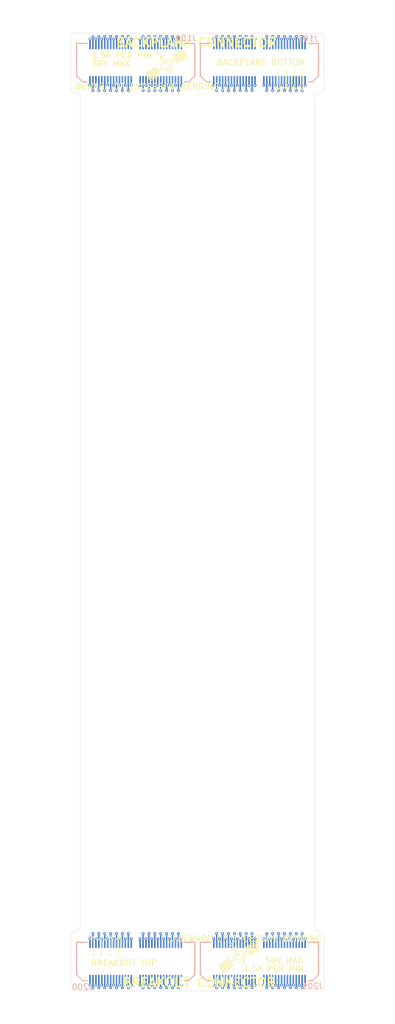
<source format=kicad_pcb>
(kicad_pcb (version 20171130) (host pcbnew "(5.1.9)-1")
  (layers (0 F.Cu signal hide) (1 In1.Cu signal hide) (2 In2.Cu signal hide) (3 In3.Cu signal hide) (4 In4.Cu signal hide) (31 B.Cu signal hide) (34 B.Paste user) (35 F.Paste user hide) (36 B.SilkS user) (37 F.SilkS user) (38 B.Mask user hide) (39 F.Mask user) (44 Edge.Cuts user))
  (net 0 "")
  (net 1 /H2-26)
  (net 2 /H2-25)
  (net 3 /H1-26)
  (net 4 /H1-25)
  (net 5 /H2-24)
  (net 6 /H2-23)
  (net 7 /H1-24)
  (net 8 /H1-23)
  (net 9 /H2-22)
  (net 10 /H2-21)
  (net 11 /H1-22)
  (net 12 /H1-21)
  (net 13 /H2-20)
  (net 14 /H2-19)
  (net 15 /H1-20)
  (net 16 /H1-19)
  (net 17 /H2-18)
  (net 18 /H2-17)
  (net 19 /H1-18)
  (net 20 /H1-17)
  (net 21 /H2-16)
  (net 22 /H2-15)
  (net 23 /H1-16)
  (net 24 /GND)
  (net 25 /H2-14)
  (net 26 /H2-13)
  (net 27 /H1-14)
  (net 28 /H1-13)
  (net 29 /H2-12)
  (net 30 /H2-11)
  (net 31 /H1-12)
  (net 32 /H1-11)
  (net 33 /H2-10)
  (net 34 /H2-9)
  (net 35 /H1-10)
  (net 36 /H1-9)
  (net 37 /H2-8)
  (net 38 /H2-7)
  (net 39 /H1-8)
  (net 40 /H1-7)
  (net 41 /H2-6)
  (net 42 /H2-5)
  (net 43 /H1-6)
  (net 44 /H1-5)
  (net 45 /H2-4)
  (net 46 /H2-3)
  (net 47 /H1-4)
  (net 48 /H1-3)
  (net 49 /H2-2)
  (net 50 /H2-1)
  (net 51 /H1-2)
  (net 52 /H1-1)
  (net 53 /+X_SOLAR_PWR)
  (net 54 /-Z_SOLAR_PWR)
  (net 55 /+X_SOLAR_RTN)
  (net 56 /-Z_SOLAR_RTN)
  (net 57 /+X_SOLAR_TLE)
  (net 58 /-Z_SOLAR_TLE)
  (net 59 /SEP2)
  (net 60 /SEP1)
  (net 61 /SEP4)
  (net 62 /SEP3)
  (net 63 /-X_SOLAR_PWR)
  (net 64 /+Y_SOLAR_PWR)
  (net 65 /-X_SOLAR_RTN)
  (net 66 /+Y_SOLAR_RTN)
  (net 67 /-X_SOLAR_TLE)
  (net 68 /+Y_SOLAR_TLE)
  (net 69 /H2-52)
  (net 70 /H2-51)
  (net 71 /H1-52)
  (net 72 /H1-51)
  (net 73 /H2-50)
  (net 74 /H2-49)
  (net 75 /USER_3)
  (net 76 /USER_2)
  (net 77 /USER_1)
  (net 78 /SELF_TEST)
  (net 79 /H2-46)
  (net 80 /H2-45)
  (net 81 /H1-46)
  (net 82 /H1-45)
  (net 83 /H2-44)
  (net 84 /H2-43)
  (net 85 /H1-44)
  (net 86 /H1-43)
  (net 87 /H2-42)
  (net 88 /H2-41)
  (net 89 /H1-42)
  (net 90 /H1-41)
  (net 91 /H2-40)
  (net 92 /H2-39)
  (net 93 /H1-40)
  (net 94 /H1-39)
  (net 95 /H2-38)
  (net 96 /H2-37)
  (net 97 /H1-38)
  (net 98 /H1-37)
  (net 99 /H2-36)
  (net 100 /H2-35)
  (net 101 /H1-36)
  (net 102 /H1-35)
  (net 103 /H2-34)
  (net 104 /H2-33)
  (net 105 /H1-34)
  (net 106 /H1-33)
  (net 107 /AGND)
  (net 108 /5V_USB)
  (net 109 /H1-31)
  (net 110 /H1-30)
  (net 111 /BUS_RESET)
  (net 112 /H2-28)
  (net 113 /H2-27)
  (net 114 /H1-28)
  (net 115 /H1-27)
  (net 116 /RBF)
  (module backplane-breakout-FPC:SAMTEC_LSH-030-01-X-D-A-TR (layer B.Cu) (at 125 28)
    (fp_text reference J100 (at 8.55 -4.15) (layer B.SilkS) (effects (justify mirror)))
    (fp_text value "Breakout Connector")
    (pad None np_thru_hole circle (at 8.955 0) (size 0.89 0.89) (drill 0.89) (layers *.Cu *.Mask))
    (pad None np_thru_hole circle (at -8.955 0) (size 0.89 0.89) (drill 0.89) (layers *.Cu *.Mask))
    (pad 60 smd rect (at 7.75 2.95) (size 0.28 1.35) (layers B.Cu B.Paste B.Mask) (net 1 /H2-26))
    (pad 59 smd rect (at 7.75 -2.95) (size 0.28 1.35) (layers B.Cu B.Paste B.Mask) (net 2 /H2-25))
    (pad 58 smd rect (at 7.25 2.95) (size 0.28 1.35) (layers B.Cu B.Paste B.Mask) (net 3 /H1-26))
    (pad 57 smd rect (at 7.25 -2.95) (size 0.28 1.35) (layers B.Cu B.Paste B.Mask) (net 4 /H1-25))
    (pad 56 smd rect (at 6.75 2.95) (size 0.28 1.35) (layers B.Cu B.Paste B.Mask) (net 5 /H2-24))
    (pad 55 smd rect (at 6.75 -2.95) (size 0.28 1.35) (layers B.Cu B.Paste B.Mask) (net 6 /H2-23))
    (pad 54 smd rect (at 6.25 2.95) (size 0.28 1.35) (layers B.Cu B.Paste B.Mask) (net 7 /H1-24))
    (pad 53 smd rect (at 6.25 -2.95) (size 0.28 1.35) (layers B.Cu B.Paste B.Mask) (net 8 /H1-23))
    (pad 52 smd rect (at 5.75 2.95) (size 0.28 1.35) (layers B.Cu B.Paste B.Mask) (net 9 /H2-22))
    (pad 51 smd rect (at 5.75 -2.95) (size 0.28 1.35) (layers B.Cu B.Paste B.Mask) (net 10 /H2-21))
    (pad 50 smd rect (at 5.25 2.95) (size 0.28 1.35) (layers B.Cu B.Paste B.Mask) (net 11 /H1-22))
    (pad 49 smd rect (at 5.25 -2.95) (size 0.28 1.35) (layers B.Cu B.Paste B.Mask) (net 12 /H1-21))
    (pad 48 smd rect (at 4.75 2.95) (size 0.28 1.35) (layers B.Cu B.Paste B.Mask) (net 13 /H2-20))
    (pad 47 smd rect (at 4.75 -2.95) (size 0.28 1.35) (layers B.Cu B.Paste B.Mask) (net 14 /H2-19))
    (pad 46 smd rect (at 4.25 2.95) (size 0.28 1.35) (layers B.Cu B.Paste B.Mask) (net 15 /H1-20))
    (pad 45 smd rect (at 4.25 -2.95) (size 0.28 1.35) (layers B.Cu B.Paste B.Mask) (net 16 /H1-19))
    (pad 44 smd rect (at 3.75 2.95) (size 0.28 1.35) (layers B.Cu B.Paste B.Mask) (net 17 /H2-18))
    (pad 43 smd rect (at 3.75 -2.95) (size 0.28 1.35) (layers B.Cu B.Paste B.Mask) (net 18 /H2-17))
    (pad 42 smd rect (at 3.25 2.95) (size 0.28 1.35) (layers B.Cu B.Paste B.Mask) (net 19 /H1-18))
    (pad 41 smd rect (at 3.25 -2.95) (size 0.28 1.35) (layers B.Cu B.Paste B.Mask) (net 20 /H1-17))
    (pad 40 smd rect (at 2.75 2.95) (size 0.28 1.35) (layers B.Cu B.Paste B.Mask) (net 21 /H2-16))
    (pad 39 smd rect (at 2.75 -2.95) (size 0.28 1.35) (layers B.Cu B.Paste B.Mask) (net 22 /H2-15))
    (pad 38 smd rect (at 2.25 2.95) (size 0.28 1.35) (layers B.Cu B.Paste B.Mask) (net 23 /H1-16))
    (pad 37 smd rect (at 2.25 -2.95) (size 0.28 1.35) (layers B.Cu B.Paste B.Mask) (net 116 /RBF))
    (pad 36 smd rect (at 1.75 2.95) (size 0.28 1.35) (layers B.Cu B.Paste B.Mask) (net 25 /H2-14))
    (pad 35 smd rect (at 1.75 -2.95) (size 0.28 1.35) (layers B.Cu B.Paste B.Mask) (net 26 /H2-13))
    (pad 34 smd rect (at 1.25 2.95) (size 0.28 1.35) (layers B.Cu B.Paste B.Mask) (net 27 /H1-14))
    (pad 33 smd rect (at 1.25 -2.95) (size 0.28 1.35) (layers B.Cu B.Paste B.Mask) (net 28 /H1-13))
    (pad 32 smd rect (at 0.75 2.95) (size 0.28 1.35) (layers B.Cu B.Paste B.Mask) (net 29 /H2-12))
    (pad 31 smd rect (at 0.75 -2.95) (size 0.28 1.35) (layers B.Cu B.Paste B.Mask) (net 30 /H2-11))
    (pad 30 smd rect (at -0.75 2.95) (size 0.28 1.35) (layers B.Cu B.Paste B.Mask) (net 31 /H1-12))
    (pad 29 smd rect (at -0.75 -2.95) (size 0.28 1.35) (layers B.Cu B.Paste B.Mask) (net 32 /H1-11))
    (pad 28 smd rect (at -1.25 2.95) (size 0.28 1.35) (layers B.Cu B.Paste B.Mask) (net 33 /H2-10))
    (pad 27 smd rect (at -1.25 -2.95) (size 0.28 1.35) (layers B.Cu B.Paste B.Mask) (net 34 /H2-9))
    (pad 26 smd rect (at -1.75 2.95) (size 0.28 1.35) (layers B.Cu B.Paste B.Mask) (net 35 /H1-10))
    (pad 25 smd rect (at -1.75 -2.95) (size 0.28 1.35) (layers B.Cu B.Paste B.Mask) (net 36 /H1-9))
    (pad 24 smd rect (at -2.25 2.95) (size 0.28 1.35) (layers B.Cu B.Paste B.Mask) (net 37 /H2-8))
    (pad 23 smd rect (at -2.25 -2.95) (size 0.28 1.35) (layers B.Cu B.Paste B.Mask) (net 38 /H2-7))
    (pad 22 smd rect (at -2.75 2.95) (size 0.28 1.35) (layers B.Cu B.Paste B.Mask) (net 39 /H1-8))
    (pad 21 smd rect (at -2.75 -2.95) (size 0.28 1.35) (layers B.Cu B.Paste B.Mask) (net 40 /H1-7))
    (pad 20 smd rect (at -3.25 2.95) (size 0.28 1.35) (layers B.Cu B.Paste B.Mask) (net 41 /H2-6))
    (pad 19 smd rect (at -3.25 -2.95) (size 0.28 1.35) (layers B.Cu B.Paste B.Mask) (net 42 /H2-5))
    (pad 18 smd rect (at -3.75 2.95) (size 0.28 1.35) (layers B.Cu B.Paste B.Mask) (net 43 /H1-6))
    (pad 17 smd rect (at -3.75 -2.95) (size 0.28 1.35) (layers B.Cu B.Paste B.Mask) (net 44 /H1-5))
    (pad 16 smd rect (at -4.25 2.95) (size 0.28 1.35) (layers B.Cu B.Paste B.Mask) (net 45 /H2-4))
    (pad 15 smd rect (at -4.25 -2.95) (size 0.28 1.35) (layers B.Cu B.Paste B.Mask) (net 46 /H2-3))
    (pad 14 smd rect (at -4.75 2.95) (size 0.28 1.35) (layers B.Cu B.Paste B.Mask) (net 47 /H1-4))
    (pad 13 smd rect (at -4.75 -2.95) (size 0.28 1.35) (layers B.Cu B.Paste B.Mask) (net 48 /H1-3))
    (pad 12 smd rect (at -5.25 2.95) (size 0.28 1.35) (layers B.Cu B.Paste B.Mask) (net 49 /H2-2))
    (pad 11 smd rect (at -5.25 -2.95) (size 0.28 1.35) (layers B.Cu B.Paste B.Mask) (net 50 /H2-1))
    (pad 10 smd rect (at -5.75 2.95) (size 0.28 1.35) (layers B.Cu B.Paste B.Mask) (net 51 /H1-2))
    (pad 9 smd rect (at -5.75 -2.95) (size 0.28 1.35) (layers B.Cu B.Paste B.Mask) (net 52 /H1-1))
    (pad 8 smd rect (at -6.25 2.95) (size 0.28 1.35) (layers B.Cu B.Paste B.Mask) (net 53 /+X_SOLAR_PWR))
    (pad 7 smd rect (at -6.25 -2.95) (size 0.28 1.35) (layers B.Cu B.Paste B.Mask) (net 54 /-Z_SOLAR_PWR))
    (pad 6 smd rect (at -6.75 2.95) (size 0.28 1.35) (layers B.Cu B.Paste B.Mask) (net 55 /+X_SOLAR_RTN))
    (pad 5 smd rect (at -6.75 -2.95) (size 0.28 1.35) (layers B.Cu B.Paste B.Mask) (net 56 /-Z_SOLAR_RTN))
    (pad 4 smd rect (at -7.25 2.95) (size 0.28 1.35) (layers B.Cu B.Paste B.Mask) (net 57 /+X_SOLAR_TLE))
    (pad 3 smd rect (at -7.25 -2.95) (size 0.28 1.35) (layers B.Cu B.Paste B.Mask) (net 58 /-Z_SOLAR_TLE))
    (pad 2 smd rect (at -7.75 2.95) (size 0.28 1.35) (layers B.Cu B.Paste B.Mask) (net 59 /SEP2))
    (pad 1 smd rect (at -7.75 -2.95) (size 0.28 1.35) (layers B.Cu B.Paste B.Mask) (net 60 /SEP1))
  )
  (module backplane-breakout-FPC:SAMTEC_LSH-030-01-X-D-A-TR (layer B.Cu) (at 146 180.4)
    (fp_text reference J201 (at 9.025 4.175) (layer B.SilkS) (effects (justify mirror)))
    (fp_text value "Breakout Connector")
    (pad None np_thru_hole circle (at 8.955 0) (size 0.89 0.89) (drill 0.89) (layers *.Cu *.Mask))
    (pad None np_thru_hole circle (at -8.955 0) (size 0.89 0.89) (drill 0.89) (layers *.Cu *.Mask))
    (pad 60 smd rect (at 7.75 2.95) (size 0.28 1.35) (layers B.Cu B.Paste B.Mask) (net 61 /SEP4))
    (pad 59 smd rect (at 7.75 -2.95) (size 0.28 1.35) (layers B.Cu B.Paste B.Mask) (net 62 /SEP3))
    (pad 58 smd rect (at 7.25 2.95) (size 0.28 1.35) (layers B.Cu B.Paste B.Mask) (net 63 /-X_SOLAR_PWR))
    (pad 57 smd rect (at 7.25 -2.95) (size 0.28 1.35) (layers B.Cu B.Paste B.Mask) (net 64 /+Y_SOLAR_PWR))
    (pad 56 smd rect (at 6.75 2.95) (size 0.28 1.35) (layers B.Cu B.Paste B.Mask) (net 65 /-X_SOLAR_RTN))
    (pad 55 smd rect (at 6.75 -2.95) (size 0.28 1.35) (layers B.Cu B.Paste B.Mask) (net 66 /+Y_SOLAR_RTN))
    (pad 54 smd rect (at 6.25 2.95) (size 0.28 1.35) (layers B.Cu B.Paste B.Mask) (net 67 /-X_SOLAR_TLE))
    (pad 53 smd rect (at 6.25 -2.95) (size 0.28 1.35) (layers B.Cu B.Paste B.Mask) (net 68 /+Y_SOLAR_TLE))
    (pad 52 smd rect (at 5.75 2.95) (size 0.28 1.35) (layers B.Cu B.Paste B.Mask) (net 69 /H2-52))
    (pad 51 smd rect (at 5.75 -2.95) (size 0.28 1.35) (layers B.Cu B.Paste B.Mask) (net 70 /H2-51))
    (pad 50 smd rect (at 5.25 2.95) (size 0.28 1.35) (layers B.Cu B.Paste B.Mask) (net 71 /H1-52))
    (pad 49 smd rect (at 5.25 -2.95) (size 0.28 1.35) (layers B.Cu B.Paste B.Mask) (net 72 /H1-51))
    (pad 48 smd rect (at 4.75 2.95) (size 0.28 1.35) (layers B.Cu B.Paste B.Mask) (net 73 /H2-50))
    (pad 47 smd rect (at 4.75 -2.95) (size 0.28 1.35) (layers B.Cu B.Paste B.Mask) (net 74 /H2-49))
    (pad 46 smd rect (at 4.25 2.95) (size 0.28 1.35) (layers B.Cu B.Paste B.Mask) (net 75 /USER_3))
    (pad 45 smd rect (at 4.25 -2.95) (size 0.28 1.35) (layers B.Cu B.Paste B.Mask) (net 76 /USER_2))
    (pad 44 smd rect (at 3.75 2.95) (size 0.28 1.35) (layers B.Cu B.Paste B.Mask) (net 24 /GND))
    (pad 43 smd rect (at 3.75 -2.95) (size 0.28 1.35) (layers B.Cu B.Paste B.Mask) (net 24 /GND))
    (pad 42 smd rect (at 3.25 2.95) (size 0.28 1.35) (layers B.Cu B.Paste B.Mask) (net 77 /USER_1))
    (pad 41 smd rect (at 3.25 -2.95) (size 0.28 1.35) (layers B.Cu B.Paste B.Mask) (net 78 /SELF_TEST))
    (pad 40 smd rect (at 2.75 2.95) (size 0.28 1.35) (layers B.Cu B.Paste B.Mask) (net 79 /H2-46))
    (pad 39 smd rect (at 2.75 -2.95) (size 0.28 1.35) (layers B.Cu B.Paste B.Mask) (net 80 /H2-45))
    (pad 38 smd rect (at 2.25 2.95) (size 0.28 1.35) (layers B.Cu B.Paste B.Mask) (net 81 /H1-46))
    (pad 37 smd rect (at 2.25 -2.95) (size 0.28 1.35) (layers B.Cu B.Paste B.Mask) (net 82 /H1-45))
    (pad 36 smd rect (at 1.75 2.95) (size 0.28 1.35) (layers B.Cu B.Paste B.Mask) (net 83 /H2-44))
    (pad 35 smd rect (at 1.75 -2.95) (size 0.28 1.35) (layers B.Cu B.Paste B.Mask) (net 84 /H2-43))
    (pad 34 smd rect (at 1.25 2.95) (size 0.28 1.35) (layers B.Cu B.Paste B.Mask) (net 85 /H1-44))
    (pad 33 smd rect (at 1.25 -2.95) (size 0.28 1.35) (layers B.Cu B.Paste B.Mask) (net 86 /H1-43))
    (pad 32 smd rect (at 0.75 2.95) (size 0.28 1.35) (layers B.Cu B.Paste B.Mask) (net 87 /H2-42))
    (pad 31 smd rect (at 0.75 -2.95) (size 0.28 1.35) (layers B.Cu B.Paste B.Mask) (net 88 /H2-41))
    (pad 30 smd rect (at -0.75 2.95) (size 0.28 1.35) (layers B.Cu B.Paste B.Mask) (net 89 /H1-42))
    (pad 29 smd rect (at -0.75 -2.95) (size 0.28 1.35) (layers B.Cu B.Paste B.Mask) (net 90 /H1-41))
    (pad 28 smd rect (at -1.25 2.95) (size 0.28 1.35) (layers B.Cu B.Paste B.Mask) (net 91 /H2-40))
    (pad 27 smd rect (at -1.25 -2.95) (size 0.28 1.35) (layers B.Cu B.Paste B.Mask) (net 92 /H2-39))
    (pad 26 smd rect (at -1.75 2.95) (size 0.28 1.35) (layers B.Cu B.Paste B.Mask) (net 93 /H1-40))
    (pad 25 smd rect (at -1.75 -2.95) (size 0.28 1.35) (layers B.Cu B.Paste B.Mask) (net 94 /H1-39))
    (pad 24 smd rect (at -2.25 2.95) (size 0.28 1.35) (layers B.Cu B.Paste B.Mask) (net 95 /H2-38))
    (pad 23 smd rect (at -2.25 -2.95) (size 0.28 1.35) (layers B.Cu B.Paste B.Mask) (net 96 /H2-37))
    (pad 22 smd rect (at -2.75 2.95) (size 0.28 1.35) (layers B.Cu B.Paste B.Mask) (net 97 /H1-38))
    (pad 21 smd rect (at -2.75 -2.95) (size 0.28 1.35) (layers B.Cu B.Paste B.Mask) (net 98 /H1-37))
    (pad 20 smd rect (at -3.25 2.95) (size 0.28 1.35) (layers B.Cu B.Paste B.Mask) (net 99 /H2-36))
    (pad 19 smd rect (at -3.25 -2.95) (size 0.28 1.35) (layers B.Cu B.Paste B.Mask) (net 100 /H2-35))
    (pad 18 smd rect (at -3.75 2.95) (size 0.28 1.35) (layers B.Cu B.Paste B.Mask) (net 101 /H1-36))
    (pad 17 smd rect (at -3.75 -2.95) (size 0.28 1.35) (layers B.Cu B.Paste B.Mask) (net 102 /H1-35))
    (pad 16 smd rect (at -4.25 2.95) (size 0.28 1.35) (layers B.Cu B.Paste B.Mask) (net 103 /H2-34))
    (pad 15 smd rect (at -4.25 -2.95) (size 0.28 1.35) (layers B.Cu B.Paste B.Mask) (net 104 /H2-33))
    (pad 14 smd rect (at -4.75 2.95) (size 0.28 1.35) (layers B.Cu B.Paste B.Mask) (net 105 /H1-34))
    (pad 13 smd rect (at -4.75 -2.95) (size 0.28 1.35) (layers B.Cu B.Paste B.Mask) (net 106 /H1-33))
    (pad 12 smd rect (at -5.25 2.95) (size 0.28 1.35) (layers B.Cu B.Paste B.Mask) (net 24 /GND))
    (pad 11 smd rect (at -5.25 -2.95) (size 0.28 1.35) (layers B.Cu B.Paste B.Mask) (net 107 /AGND))
    (pad 10 smd rect (at -5.75 2.95) (size 0.28 1.35) (layers B.Cu B.Paste B.Mask) (net 108 /5V_USB))
    (pad 9 smd rect (at -5.75 -2.95) (size 0.28 1.35) (layers B.Cu B.Paste B.Mask) (net 109 /H1-31))
    (pad 8 smd rect (at -6.25 2.95) (size 0.28 1.35) (layers B.Cu B.Paste B.Mask) (net 24 /GND))
    (pad 7 smd rect (at -6.25 -2.95) (size 0.28 1.35) (layers B.Cu B.Paste B.Mask) (net 24 /GND))
    (pad 6 smd rect (at -6.75 2.95) (size 0.28 1.35) (layers B.Cu B.Paste B.Mask) (net 110 /H1-30))
    (pad 5 smd rect (at -6.75 -2.95) (size 0.28 1.35) (layers B.Cu B.Paste B.Mask) (net 111 /BUS_RESET))
    (pad 4 smd rect (at -7.25 2.95) (size 0.28 1.35) (layers B.Cu B.Paste B.Mask) (net 112 /H2-28))
    (pad 3 smd rect (at -7.25 -2.95) (size 0.28 1.35) (layers B.Cu B.Paste B.Mask) (net 113 /H2-27))
    (pad 2 smd rect (at -7.75 2.95) (size 0.28 1.35) (layers B.Cu B.Paste B.Mask) (net 114 /H1-28))
    (pad 1 smd rect (at -7.75 -2.95) (size 0.28 1.35) (layers B.Cu B.Paste B.Mask) (net 115 /H1-27))
  )
  (module backplane-breakout-FPC:SAMTEC_LSH-030-01-X-D-A-TR (layer B.Cu) (at 125 180.4)
    (fp_text reference J200 (at -9.05 4.325) (layer B.SilkS) (effects (justify mirror)))
    (fp_text value "Breakout Connector")
    (pad None np_thru_hole circle (at 8.955 0) (size 0.89 0.89) (drill 0.89) (layers *.Cu *.Mask))
    (pad None np_thru_hole circle (at -8.955 0) (size 0.89 0.89) (drill 0.89) (layers *.Cu *.Mask))
    (pad 60 smd rect (at 7.75 2.95) (size 0.28 1.35) (layers B.Cu B.Paste B.Mask) (net 1 /H2-26))
    (pad 59 smd rect (at 7.75 -2.95) (size 0.28 1.35) (layers B.Cu B.Paste B.Mask) (net 2 /H2-25))
    (pad 58 smd rect (at 7.25 2.95) (size 0.28 1.35) (layers B.Cu B.Paste B.Mask) (net 3 /H1-26))
    (pad 57 smd rect (at 7.25 -2.95) (size 0.28 1.35) (layers B.Cu B.Paste B.Mask) (net 4 /H1-25))
    (pad 56 smd rect (at 6.75 2.95) (size 0.28 1.35) (layers B.Cu B.Paste B.Mask) (net 5 /H2-24))
    (pad 55 smd rect (at 6.75 -2.95) (size 0.28 1.35) (layers B.Cu B.Paste B.Mask) (net 6 /H2-23))
    (pad 54 smd rect (at 6.25 2.95) (size 0.28 1.35) (layers B.Cu B.Paste B.Mask) (net 7 /H1-24))
    (pad 53 smd rect (at 6.25 -2.95) (size 0.28 1.35) (layers B.Cu B.Paste B.Mask) (net 8 /H1-23))
    (pad 52 smd rect (at 5.75 2.95) (size 0.28 1.35) (layers B.Cu B.Paste B.Mask) (net 9 /H2-22))
    (pad 51 smd rect (at 5.75 -2.95) (size 0.28 1.35) (layers B.Cu B.Paste B.Mask) (net 10 /H2-21))
    (pad 50 smd rect (at 5.25 2.95) (size 0.28 1.35) (layers B.Cu B.Paste B.Mask) (net 11 /H1-22))
    (pad 49 smd rect (at 5.25 -2.95) (size 0.28 1.35) (layers B.Cu B.Paste B.Mask) (net 12 /H1-21))
    (pad 48 smd rect (at 4.75 2.95) (size 0.28 1.35) (layers B.Cu B.Paste B.Mask) (net 13 /H2-20))
    (pad 47 smd rect (at 4.75 -2.95) (size 0.28 1.35) (layers B.Cu B.Paste B.Mask) (net 14 /H2-19))
    (pad 46 smd rect (at 4.25 2.95) (size 0.28 1.35) (layers B.Cu B.Paste B.Mask) (net 15 /H1-20))
    (pad 45 smd rect (at 4.25 -2.95) (size 0.28 1.35) (layers B.Cu B.Paste B.Mask) (net 16 /H1-19))
    (pad 44 smd rect (at 3.75 2.95) (size 0.28 1.35) (layers B.Cu B.Paste B.Mask) (net 17 /H2-18))
    (pad 43 smd rect (at 3.75 -2.95) (size 0.28 1.35) (layers B.Cu B.Paste B.Mask) (net 18 /H2-17))
    (pad 42 smd rect (at 3.25 2.95) (size 0.28 1.35) (layers B.Cu B.Paste B.Mask) (net 19 /H1-18))
    (pad 41 smd rect (at 3.25 -2.95) (size 0.28 1.35) (layers B.Cu B.Paste B.Mask) (net 20 /H1-17))
    (pad 40 smd rect (at 2.75 2.95) (size 0.28 1.35) (layers B.Cu B.Paste B.Mask) (net 21 /H2-16))
    (pad 39 smd rect (at 2.75 -2.95) (size 0.28 1.35) (layers B.Cu B.Paste B.Mask) (net 22 /H2-15))
    (pad 38 smd rect (at 2.25 2.95) (size 0.28 1.35) (layers B.Cu B.Paste B.Mask) (net 23 /H1-16))
    (pad 37 smd rect (at 2.25 -2.95) (size 0.28 1.35) (layers B.Cu B.Paste B.Mask) (net 116 /RBF))
    (pad 36 smd rect (at 1.75 2.95) (size 0.28 1.35) (layers B.Cu B.Paste B.Mask) (net 25 /H2-14))
    (pad 35 smd rect (at 1.75 -2.95) (size 0.28 1.35) (layers B.Cu B.Paste B.Mask) (net 26 /H2-13))
    (pad 34 smd rect (at 1.25 2.95) (size 0.28 1.35) (layers B.Cu B.Paste B.Mask) (net 27 /H1-14))
    (pad 33 smd rect (at 1.25 -2.95) (size 0.28 1.35) (layers B.Cu B.Paste B.Mask) (net 28 /H1-13))
    (pad 32 smd rect (at 0.75 2.95) (size 0.28 1.35) (layers B.Cu B.Paste B.Mask) (net 29 /H2-12))
    (pad 31 smd rect (at 0.75 -2.95) (size 0.28 1.35) (layers B.Cu B.Paste B.Mask) (net 30 /H2-11))
    (pad 30 smd rect (at -0.75 2.95) (size 0.28 1.35) (layers B.Cu B.Paste B.Mask) (net 31 /H1-12))
    (pad 29 smd rect (at -0.75 -2.95) (size 0.28 1.35) (layers B.Cu B.Paste B.Mask) (net 32 /H1-11))
    (pad 28 smd rect (at -1.25 2.95) (size 0.28 1.35) (layers B.Cu B.Paste B.Mask) (net 33 /H2-10))
    (pad 27 smd rect (at -1.25 -2.95) (size 0.28 1.35) (layers B.Cu B.Paste B.Mask) (net 34 /H2-9))
    (pad 26 smd rect (at -1.75 2.95) (size 0.28 1.35) (layers B.Cu B.Paste B.Mask) (net 35 /H1-10))
    (pad 25 smd rect (at -1.75 -2.95) (size 0.28 1.35) (layers B.Cu B.Paste B.Mask) (net 36 /H1-9))
    (pad 24 smd rect (at -2.25 2.95) (size 0.28 1.35) (layers B.Cu B.Paste B.Mask) (net 37 /H2-8))
    (pad 23 smd rect (at -2.25 -2.95) (size 0.28 1.35) (layers B.Cu B.Paste B.Mask) (net 38 /H2-7))
    (pad 22 smd rect (at -2.75 2.95) (size 0.28 1.35) (layers B.Cu B.Paste B.Mask) (net 39 /H1-8))
    (pad 21 smd rect (at -2.75 -2.95) (size 0.28 1.35) (layers B.Cu B.Paste B.Mask) (net 40 /H1-7))
    (pad 20 smd rect (at -3.25 2.95) (size 0.28 1.35) (layers B.Cu B.Paste B.Mask) (net 41 /H2-6))
    (pad 19 smd rect (at -3.25 -2.95) (size 0.28 1.35) (layers B.Cu B.Paste B.Mask) (net 42 /H2-5))
    (pad 18 smd rect (at -3.75 2.95) (size 0.28 1.35) (layers B.Cu B.Paste B.Mask) (net 43 /H1-6))
    (pad 17 smd rect (at -3.75 -2.95) (size 0.28 1.35) (layers B.Cu B.Paste B.Mask) (net 44 /H1-5))
    (pad 16 smd rect (at -4.25 2.95) (size 0.28 1.35) (layers B.Cu B.Paste B.Mask) (net 45 /H2-4))
    (pad 15 smd rect (at -4.25 -2.95) (size 0.28 1.35) (layers B.Cu B.Paste B.Mask) (net 46 /H2-3))
    (pad 14 smd rect (at -4.75 2.95) (size 0.28 1.35) (layers B.Cu B.Paste B.Mask) (net 47 /H1-4))
    (pad 13 smd rect (at -4.75 -2.95) (size 0.28 1.35) (layers B.Cu B.Paste B.Mask) (net 48 /H1-3))
    (pad 12 smd rect (at -5.25 2.95) (size 0.28 1.35) (layers B.Cu B.Paste B.Mask) (net 49 /H2-2))
    (pad 11 smd rect (at -5.25 -2.95) (size 0.28 1.35) (layers B.Cu B.Paste B.Mask) (net 50 /H2-1))
    (pad 10 smd rect (at -5.75 2.95) (size 0.28 1.35) (layers B.Cu B.Paste B.Mask) (net 51 /H1-2))
    (pad 9 smd rect (at -5.75 -2.95) (size 0.28 1.35) (layers B.Cu B.Paste B.Mask) (net 52 /H1-1))
    (pad 8 smd rect (at -6.25 2.95) (size 0.28 1.35) (layers B.Cu B.Paste B.Mask) (net 53 /+X_SOLAR_PWR))
    (pad 7 smd rect (at -6.25 -2.95) (size 0.28 1.35) (layers B.Cu B.Paste B.Mask) (net 54 /-Z_SOLAR_PWR))
    (pad 6 smd rect (at -6.75 2.95) (size 0.28 1.35) (layers B.Cu B.Paste B.Mask) (net 55 /+X_SOLAR_RTN))
    (pad 5 smd rect (at -6.75 -2.95) (size 0.28 1.35) (layers B.Cu B.Paste B.Mask) (net 56 /-Z_SOLAR_RTN))
    (pad 4 smd rect (at -7.25 2.95) (size 0.28 1.35) (layers B.Cu B.Paste B.Mask) (net 57 /+X_SOLAR_TLE))
    (pad 3 smd rect (at -7.25 -2.95) (size 0.28 1.35) (layers B.Cu B.Paste B.Mask) (net 58 /-Z_SOLAR_TLE))
    (pad 2 smd rect (at -7.75 2.95) (size 0.28 1.35) (layers B.Cu B.Paste B.Mask) (net 59 /SEP2))
    (pad 1 smd rect (at -7.75 -2.95) (size 0.28 1.35) (layers B.Cu B.Paste B.Mask) (net 60 /SEP1))
  )
  (module backplane-breakout-FPC:SAMTEC_LSH-030-01-X-D-A-TR (layer B.Cu) (at 146 28)
    (fp_text reference J101 (at 8.25 -4.075) (layer B.SilkS) (effects (justify mirror)))
    (fp_text value "Breakout Connector")
    (pad None np_thru_hole circle (at 8.955 0) (size 0.89 0.89) (drill 0.89) (layers *.Cu *.Mask))
    (pad None np_thru_hole circle (at -8.955 0) (size 0.89 0.89) (drill 0.89) (layers *.Cu *.Mask))
    (pad 60 smd rect (at 7.75 2.95) (size 0.28 1.35) (layers B.Cu B.Paste B.Mask) (net 61 /SEP4))
    (pad 59 smd rect (at 7.75 -2.95) (size 0.28 1.35) (layers B.Cu B.Paste B.Mask) (net 62 /SEP3))
    (pad 58 smd rect (at 7.25 2.95) (size 0.28 1.35) (layers B.Cu B.Paste B.Mask) (net 63 /-X_SOLAR_PWR))
    (pad 57 smd rect (at 7.25 -2.95) (size 0.28 1.35) (layers B.Cu B.Paste B.Mask) (net 64 /+Y_SOLAR_PWR))
    (pad 56 smd rect (at 6.75 2.95) (size 0.28 1.35) (layers B.Cu B.Paste B.Mask) (net 65 /-X_SOLAR_RTN))
    (pad 55 smd rect (at 6.75 -2.95) (size 0.28 1.35) (layers B.Cu B.Paste B.Mask) (net 66 /+Y_SOLAR_RTN))
    (pad 54 smd rect (at 6.25 2.95) (size 0.28 1.35) (layers B.Cu B.Paste B.Mask) (net 67 /-X_SOLAR_TLE))
    (pad 53 smd rect (at 6.25 -2.95) (size 0.28 1.35) (layers B.Cu B.Paste B.Mask) (net 68 /+Y_SOLAR_TLE))
    (pad 52 smd rect (at 5.75 2.95) (size 0.28 1.35) (layers B.Cu B.Paste B.Mask) (net 69 /H2-52))
    (pad 51 smd rect (at 5.75 -2.95) (size 0.28 1.35) (layers B.Cu B.Paste B.Mask) (net 70 /H2-51))
    (pad 50 smd rect (at 5.25 2.95) (size 0.28 1.35) (layers B.Cu B.Paste B.Mask) (net 71 /H1-52))
    (pad 49 smd rect (at 5.25 -2.95) (size 0.28 1.35) (layers B.Cu B.Paste B.Mask) (net 72 /H1-51))
    (pad 48 smd rect (at 4.75 2.95) (size 0.28 1.35) (layers B.Cu B.Paste B.Mask) (net 73 /H2-50))
    (pad 47 smd rect (at 4.75 -2.95) (size 0.28 1.35) (layers B.Cu B.Paste B.Mask) (net 74 /H2-49))
    (pad 46 smd rect (at 4.25 2.95) (size 0.28 1.35) (layers B.Cu B.Paste B.Mask) (net 75 /USER_3))
    (pad 45 smd rect (at 4.25 -2.95) (size 0.28 1.35) (layers B.Cu B.Paste B.Mask) (net 76 /USER_2))
    (pad 44 smd rect (at 3.75 2.95) (size 0.28 1.35) (layers B.Cu B.Paste B.Mask) (net 24 /GND))
    (pad 43 smd rect (at 3.75 -2.95) (size 0.28 1.35) (layers B.Cu B.Paste B.Mask) (net 24 /GND))
    (pad 42 smd rect (at 3.25 2.95) (size 0.28 1.35) (layers B.Cu B.Paste B.Mask) (net 77 /USER_1))
    (pad 41 smd rect (at 3.25 -2.95) (size 0.28 1.35) (layers B.Cu B.Paste B.Mask) (net 78 /SELF_TEST))
    (pad 40 smd rect (at 2.75 2.95) (size 0.28 1.35) (layers B.Cu B.Paste B.Mask) (net 79 /H2-46))
    (pad 39 smd rect (at 2.75 -2.95) (size 0.28 1.35) (layers B.Cu B.Paste B.Mask) (net 80 /H2-45))
    (pad 38 smd rect (at 2.25 2.95) (size 0.28 1.35) (layers B.Cu B.Paste B.Mask) (net 81 /H1-46))
    (pad 37 smd rect (at 2.25 -2.95) (size 0.28 1.35) (layers B.Cu B.Paste B.Mask) (net 82 /H1-45))
    (pad 36 smd rect (at 1.75 2.95) (size 0.28 1.35) (layers B.Cu B.Paste B.Mask) (net 83 /H2-44))
    (pad 35 smd rect (at 1.75 -2.95) (size 0.28 1.35) (layers B.Cu B.Paste B.Mask) (net 84 /H2-43))
    (pad 34 smd rect (at 1.25 2.95) (size 0.28 1.35) (layers B.Cu B.Paste B.Mask) (net 85 /H1-44))
    (pad 33 smd rect (at 1.25 -2.95) (size 0.28 1.35) (layers B.Cu B.Paste B.Mask) (net 86 /H1-43))
    (pad 32 smd rect (at 0.75 2.95) (size 0.28 1.35) (layers B.Cu B.Paste B.Mask) (net 87 /H2-42))
    (pad 31 smd rect (at 0.75 -2.95) (size 0.28 1.35) (layers B.Cu B.Paste B.Mask) (net 88 /H2-41))
    (pad 30 smd rect (at -0.75 2.95) (size 0.28 1.35) (layers B.Cu B.Paste B.Mask) (net 89 /H1-42))
    (pad 29 smd rect (at -0.75 -2.95) (size 0.28 1.35) (layers B.Cu B.Paste B.Mask) (net 90 /H1-41))
    (pad 28 smd rect (at -1.25 2.95) (size 0.28 1.35) (layers B.Cu B.Paste B.Mask) (net 91 /H2-40))
    (pad 27 smd rect (at -1.25 -2.95) (size 0.28 1.35) (layers B.Cu B.Paste B.Mask) (net 92 /H2-39))
    (pad 26 smd rect (at -1.75 2.95) (size 0.28 1.35) (layers B.Cu B.Paste B.Mask) (net 93 /H1-40))
    (pad 25 smd rect (at -1.75 -2.95) (size 0.28 1.35) (layers B.Cu B.Paste B.Mask) (net 94 /H1-39))
    (pad 24 smd rect (at -2.25 2.95) (size 0.28 1.35) (layers B.Cu B.Paste B.Mask) (net 95 /H2-38))
    (pad 23 smd rect (at -2.25 -2.95) (size 0.28 1.35) (layers B.Cu B.Paste B.Mask) (net 96 /H2-37))
    (pad 22 smd rect (at -2.75 2.95) (size 0.28 1.35) (layers B.Cu B.Paste B.Mask) (net 97 /H1-38))
    (pad 21 smd rect (at -2.75 -2.95) (size 0.28 1.35) (layers B.Cu B.Paste B.Mask) (net 98 /H1-37))
    (pad 20 smd rect (at -3.25 2.95) (size 0.28 1.35) (layers B.Cu B.Paste B.Mask) (net 99 /H2-36))
    (pad 19 smd rect (at -3.25 -2.95) (size 0.28 1.35) (layers B.Cu B.Paste B.Mask) (net 100 /H2-35))
    (pad 18 smd rect (at -3.75 2.95) (size 0.28 1.35) (layers B.Cu B.Paste B.Mask) (net 101 /H1-36))
    (pad 17 smd rect (at -3.75 -2.95) (size 0.28 1.35) (layers B.Cu B.Paste B.Mask) (net 102 /H1-35))
    (pad 16 smd rect (at -4.25 2.95) (size 0.28 1.35) (layers B.Cu B.Paste B.Mask) (net 103 /H2-34))
    (pad 15 smd rect (at -4.25 -2.95) (size 0.28 1.35) (layers B.Cu B.Paste B.Mask) (net 104 /H2-33))
    (pad 14 smd rect (at -4.75 2.95) (size 0.28 1.35) (layers B.Cu B.Paste B.Mask) (net 105 /H1-34))
    (pad 13 smd rect (at -4.75 -2.95) (size 0.28 1.35) (layers B.Cu B.Paste B.Mask) (net 106 /H1-33))
    (pad 12 smd rect (at -5.25 2.95) (size 0.28 1.35) (layers B.Cu B.Paste B.Mask) (net 24 /GND))
    (pad 11 smd rect (at -5.25 -2.95) (size 0.28 1.35) (layers B.Cu B.Paste B.Mask) (net 107 /AGND))
    (pad 10 smd rect (at -5.75 2.95) (size 0.28 1.35) (layers B.Cu B.Paste B.Mask) (net 108 /5V_USB))
    (pad 9 smd rect (at -5.75 -2.95) (size 0.28 1.35) (layers B.Cu B.Paste B.Mask) (net 109 /H1-31))
    (pad 8 smd rect (at -6.25 2.95) (size 0.28 1.35) (layers B.Cu B.Paste B.Mask) (net 24 /GND))
    (pad 7 smd rect (at -6.25 -2.95) (size 0.28 1.35) (layers B.Cu B.Paste B.Mask) (net 24 /GND))
    (pad 6 smd rect (at -6.75 2.95) (size 0.28 1.35) (layers B.Cu B.Paste B.Mask) (net 110 /H1-30))
    (pad 5 smd rect (at -6.75 -2.95) (size 0.28 1.35) (layers B.Cu B.Paste B.Mask) (net 111 /BUS_RESET))
    (pad 4 smd rect (at -7.25 2.95) (size 0.28 1.35) (layers B.Cu B.Paste B.Mask) (net 112 /H2-28))
    (pad 3 smd rect (at -7.25 -2.95) (size 0.28 1.35) (layers B.Cu B.Paste B.Mask) (net 113 /H2-27))
    (pad 2 smd rect (at -7.75 2.95) (size 0.28 1.35) (layers B.Cu B.Paste B.Mask) (net 114 /H1-28))
    (pad 1 smd rect (at -7.75 -2.95) (size 0.28 1.35) (layers B.Cu B.Paste B.Mask) (net 115 /H1-27))
  )
  (gr_text "BREAKOUT TOP" (at 123.025 180.65) (layer F.SilkS) (effects (font (size 1 1))))
  (gr_line (start 117.875 176.15) (end 118.45 176.775) (layer F.SilkS) (width 0.12))
  (gr_line (start 117.875 179.55) (end 117.875 176.15) (layer F.SilkS) (width 0.12))
  (gr_line (start 119.225 176.15) (end 119.8 176.775) (layer F.SilkS) (width 0.12))
  (gr_line (start 117.875 176.15) (end 117.3 176.775) (layer F.SilkS) (width 0.12))
  (gr_line (start 119.225 176.15) (end 118.65 176.775) (layer F.SilkS) (width 0.12))
  (gr_line (start 119.225 179.55) (end 119.225 176.15) (layer F.SilkS) (width 0.12))
  (gr_line (start 120.625 179.575) (end 120.625 176.175) (layer F.SilkS) (width 0.12))
  (gr_line (start 120.625 176.175) (end 121.2 176.8) (layer F.SilkS) (width 0.12))
  (gr_line (start 120.625 176.175) (end 120.05 176.8) (layer F.SilkS) (width 0.12))
  (gr_line (start 122.1 176.175) (end 122.675 176.8) (layer F.SilkS) (width 0.12))
  (gr_line (start 122.1 176.175) (end 121.525 176.8) (layer F.SilkS) (width 0.12))
  (gr_line (start 122.1 179.575) (end 122.1 176.175) (layer F.SilkS) (width 0.12))
  (gr_line (start 153.35 32.625) (end 152.775 32) (layer F.SilkS) (width 0.12))
  (gr_line (start 153.35 32.625) (end 153.925 32) (layer F.SilkS) (width 0.12))
  (gr_line (start 153.35 29.225) (end 153.35 32.625) (layer F.SilkS) (width 0.12))
  (gr_line (start 152 32.625) (end 151.425 32) (layer F.SilkS) (width 0.12))
  (gr_line (start 152 32.625) (end 152.575 32) (layer F.SilkS) (width 0.12))
  (gr_line (start 152 29.225) (end 152 32.625) (layer F.SilkS) (width 0.12))
  (gr_line (start 150.6 32.6) (end 150.025 31.975) (layer F.SilkS) (width 0.12))
  (gr_line (start 150.6 32.6) (end 151.175 31.975) (layer F.SilkS) (width 0.12))
  (gr_line (start 150.6 29.2) (end 150.6 32.6) (layer F.SilkS) (width 0.12))
  (gr_line (start 149.125 32.6) (end 148.55 31.975) (layer F.SilkS) (width 0.12))
  (gr_line (start 149.125 32.6) (end 149.7 31.975) (layer F.SilkS) (width 0.12))
  (gr_line (start 149.125 29.2) (end 149.125 32.6) (layer F.SilkS) (width 0.12))
  (gr_text "BACKPLANE BOTTOM" (at 146.25 27.95) (layer F.SilkS) (effects (font (size 1 1))))
  (gr_arc (start 139.5 31.425) (end 139.5 32.575) (angle -90) (layer F.SilkS) (width 0.12))
  (gr_arc (start 130.55 175.975) (end 130.55 177.125) (angle -90) (layer F.SilkS) (width 0.12))
  (gr_text "BEWARE OF EXCESSIVE BENDING" (at 144.275 176.525) (layer F.SilkS) (effects (font (size 1 1) (thickness 0.15) italic)))
  (gr_text "BEWARE OF EXCESSIVE BENDING" (at 126.9 32.05) (layer F.SilkS) (effects (font (size 1 1) (thickness 0.15) italic)))
  (gr_line (start 143.302239 180.655907) (end 141.573102 180.288368) (layer F.SilkS) (width 0.12))
  (gr_line (start 141.142911 181.46201) (end 140.723575 181.734329) (layer F.SilkS) (width 0.12))
  (gr_line (start 139.748745 182.069301) (end 141.426086 180.980023) (layer F.SilkS) (width 0.12))
  (gr_line (start 140.723575 181.734329) (end 139.906617 180.476324) (layer F.SilkS) (width 0.12))
  (gr_line (start 139.487281 180.748643) (end 140.30424 182.006649) (layer F.SilkS) (width 0.12))
  (gr_line (start 141.940641 178.559231) (end 141.573102 180.288368) (layer F.SilkS) (width 0.12))
  (gr_line (start 143.669778 178.92677) (end 141.940641 178.559231) (layer F.SilkS) (width 0.12))
  (gr_line (start 139.476425 181.649965) (end 141.153767 180.560687) (layer F.SilkS) (width 0.12))
  (gr_line (start 143.669778 178.92677) (end 143.302239 180.655907) (layer F.SilkS) (width 0.12))
  (gr_line (start 141.573102 180.288368) (end 141.153767 180.560687) (layer F.SilkS) (width 0.12))
  (gr_line (start 143.669778 178.92677) (end 144.089114 178.654451) (layer F.SilkS) (width 0.12))
  (gr_line (start 141.562246 181.18969) (end 141.153767 180.560687) (layer F.SilkS) (width 0.12))
  (gr_line (start 141.153767 180.560687) (end 140.745287 179.931684) (layer F.SilkS) (width 0.12))
  (gr_line (start 139.884905 182.278968) (end 141.562246 181.18969) (layer F.SilkS) (width 0.12))
  (gr_line (start 139.340266 181.440298) (end 139.476425 181.649965) (layer F.SilkS) (width 0.12))
  (gr_line (start 140.745287 179.931684) (end 139.067946 181.020963) (layer F.SilkS) (width 0.12))
  (gr_line (start 141.289926 180.770355) (end 139.612585 181.859633) (layer F.SilkS) (width 0.12))
  (gr_line (start 140.325952 180.204004) (end 141.142911 181.46201) (layer F.SilkS) (width 0.12))
  (gr_line (start 139.067946 181.020963) (end 139.884905 182.278968) (layer F.SilkS) (width 0.12))
  (gr_line (start 139.906617 180.476324) (end 139.487281 180.748643) (layer F.SilkS) (width 0.12))
  (gr_line (start 140.881447 180.141352) (end 141.017607 180.35102) (layer F.SilkS) (width 0.12))
  (gr_line (start 139.204106 181.23063) (end 140.881447 180.141352) (layer F.SilkS) (width 0.12))
  (gr_line (start 141.017607 180.35102) (end 139.340266 181.440298) (layer F.SilkS) (width 0.12))
  (gr_line (start 139.612585 181.859633) (end 139.748745 182.069301) (layer F.SilkS) (width 0.12))
  (gr_line (start 144.916928 179.011134) (end 144.09997 177.753128) (layer F.SilkS) (width 0.12))
  (gr_arc (start 142.62144 179.607569) (end 142.202105 179.879889) (angle -180) (layer F.SilkS) (width 0.12))
  (gr_line (start 144.09997 177.753128) (end 144.519305 177.480809) (layer F.SilkS) (width 0.12))
  (gr_line (start 145.630295 177.355505) (end 145.494135 177.145837) (layer F.SilkS) (width 0.12))
  (gr_arc (start 141.450466 177.804427) (end 141.137887 178.424746) (angle -119.4871257) (layer F.SilkS) (width 0.12))
  (gr_line (start 143.952954 178.444783) (end 145.630295 177.355505) (layer F.SilkS) (width 0.12))
  (gr_line (start 141.940641 178.559231) (end 141.831713 178.391497) (layer F.SilkS) (width 0.12))
  (gr_line (start 143.680634 178.025448) (end 144.089114 178.654451) (layer F.SilkS) (width 0.12))
  (gr_line (start 145.336263 178.738815) (end 145.755599 178.466495) (layer F.SilkS) (width 0.12))
  (gr_circle (center 142.544521 179.085187) (end 142.587285 179.057416) (layer F.SilkS) (width 0.12))
  (gr_line (start 145.766455 177.565173) (end 144.089114 178.654451) (layer F.SilkS) (width 0.12))
  (gr_line (start 145.755599 178.466495) (end 144.93864 177.208489) (layer F.SilkS) (width 0.12))
  (gr_line (start 145.902614 177.77484) (end 145.766455 177.565173) (layer F.SilkS) (width 0.12))
  (gr_line (start 146.038774 177.984508) (end 144.361433 179.073786) (layer F.SilkS) (width 0.12))
  (gr_line (start 146.174934 178.194176) (end 145.357975 176.93617) (layer F.SilkS) (width 0.12))
  (gr_line (start 144.361433 179.073786) (end 144.225273 178.864118) (layer F.SilkS) (width 0.12))
  (gr_line (start 144.225273 178.864118) (end 145.902614 177.77484) (layer F.SilkS) (width 0.12))
  (gr_line (start 145.494135 177.145837) (end 143.816794 178.235116) (layer F.SilkS) (width 0.12))
  (gr_circle (center 142.175506 179.324828) (end 142.194351 179.372208) (layer F.SilkS) (width 0.12))
  (gr_line (start 145.357975 176.93617) (end 143.680634 178.025448) (layer F.SilkS) (width 0.12))
  (gr_line (start 144.089114 178.654451) (end 144.497593 179.283454) (layer F.SilkS) (width 0.12))
  (gr_line (start 144.497593 179.283454) (end 146.174934 178.194176) (layer F.SilkS) (width 0.12))
  (gr_line (start 144.519305 177.480809) (end 145.336263 178.738815) (layer F.SilkS) (width 0.12))
  (gr_text "BREAKOUT CONNECTOR" (at 135.75 183.975) (layer F.SilkS) (effects (font (size 1.5 1.5) (thickness 0.3))))
  (gr_text "50V MAX" (at 150.2 180.24) (layer F.SilkS) (effects (font (size 1 1))))
  (gr_text "1.5A PER PIN" (at 148.425 181.61) (layer F.SilkS) (effects (font (size 1 1))))
  (gr_line (start 141.594814 178.485723) (end 141.586626 178.014095) (layer F.SilkS) (width 0.12))
  (gr_line (start 142.014149 178.213404) (end 141.586626 178.014095) (layer F.SilkS) (width 0.12))
  (gr_arc (start 141.355154 177.65766) (end 141.566993 177.341236) (angle -132.026374) (layer F.SilkS) (width 0.12))
  (gr_circle (center 141.586626 178.014095) (end 141.627474 178.076995) (layer F.SilkS) (width 0.12))
  (gr_arc (start 141.423234 177.762494) (end 141.55012 177.590666) (angle -141.0090908) (layer F.SilkS) (width 0.12))
  (gr_text "50V MAX" (at 120.8 28.16) (layer F.SilkS) (effects (font (size 1 1))))
  (gr_text "1.5A PER PIN" (at 122.7 26.775) (layer F.SilkS) (effects (font (size 1 1))))
  (gr_text "BACKPLANE CONNECTOR" (at 135.275 24.575) (layer F.SilkS) (effects (font (size 1.5 1.5) (thickness 0.3))))
  (gr_arc (start 114.5 34.1) (end 115.6 34.1) (angle -90) (layer Edge.Cuts) (width 0.05))
  (gr_arc (start 156.5 34.1) (end 155.4 34.1) (angle 90) (layer Edge.Cuts) (width 0.05))
  (gr_arc (start 114.5 174.3) (end 115.6 174.3) (angle 90) (layer Edge.Cuts) (width 0.05))
  (gr_line (start 155.4 174.3) (end 155.4 34.1) (layer Edge.Cuts) (width 0.05))
  (gr_arc (start 156.5 174.3) (end 155.4 174.3) (angle -90) (layer Edge.Cuts) (width 0.05))
  (gr_line (start 115.6 174.3) (end 115.6 34.1) (layer Edge.Cuts) (width 0.05))
  (gr_arc (start 114.5 184.9) (end 114.5 185.4) (angle 90) (layer Edge.Cuts) (width 0.05))
  (gr_line (start 157 184.9) (end 157 175.9) (layer Edge.Cuts) (width 0.05))
  (gr_line (start 114 184.9) (end 114 175.9) (layer Edge.Cuts) (width 0.05))
  (gr_arc (start 114.5 175.9) (end 114.5 175.4) (angle -90) (layer Edge.Cuts) (width 0.05))
  (gr_arc (start 156.5 184.9) (end 156.5 185.4) (angle -90) (layer Edge.Cuts) (width 0.05))
  (gr_arc (start 156.5 175.9) (end 157 175.9) (angle -90) (layer Edge.Cuts) (width 0.05))
  (gr_line (start 156.5 185.4) (end 114.5 185.4) (layer Edge.Cuts) (width 0.05))
  (gr_arc (start 129.005154 26.48266) (end 129.216993 26.166236) (angle -132.026374) (layer F.SilkS) (width 0.12))
  (gr_arc (start 129.073234 26.587494) (end 129.20012 26.415666) (angle -141.0090908) (layer F.SilkS) (width 0.12))
  (gr_circle (center 129.236626 26.839095) (end 129.277474 26.901995) (layer F.SilkS) (width 0.12))
  (gr_line (start 129.664149 27.038404) (end 129.236626 26.839095) (layer F.SilkS) (width 0.12))
  (gr_line (start 129.244814 27.310723) (end 129.236626 26.839095) (layer F.SilkS) (width 0.12))
  (gr_arc (start 129.100466 26.629427) (end 128.787887 27.249746) (angle -119.4871257) (layer F.SilkS) (width 0.12))
  (gr_line (start 129.590641 27.384231) (end 129.481713 27.216497) (layer F.SilkS) (width 0.12))
  (gr_circle (center 130.194521 27.910187) (end 130.237285 27.882416) (layer F.SilkS) (width 0.12))
  (gr_circle (center 129.825506 28.149828) (end 129.844351 28.197208) (layer F.SilkS) (width 0.12))
  (gr_arc (start 130.27144 28.432569) (end 129.852105 28.704889) (angle -180) (layer F.SilkS) (width 0.12))
  (gr_line (start 133.144135 25.970837) (end 131.466794 27.060116) (layer F.SilkS) (width 0.12))
  (gr_line (start 132.011433 27.898786) (end 131.875273 27.689118) (layer F.SilkS) (width 0.12))
  (gr_line (start 133.552614 26.59984) (end 133.416455 26.390173) (layer F.SilkS) (width 0.12))
  (gr_line (start 131.875273 27.689118) (end 133.552614 26.59984) (layer F.SilkS) (width 0.12))
  (gr_line (start 133.280295 26.180505) (end 133.144135 25.970837) (layer F.SilkS) (width 0.12))
  (gr_line (start 131.602954 27.269783) (end 133.280295 26.180505) (layer F.SilkS) (width 0.12))
  (gr_line (start 133.416455 26.390173) (end 131.739114 27.479451) (layer F.SilkS) (width 0.12))
  (gr_line (start 131.74997 26.578128) (end 132.169305 26.305809) (layer F.SilkS) (width 0.12))
  (gr_line (start 133.405599 27.291495) (end 132.58864 26.033489) (layer F.SilkS) (width 0.12))
  (gr_line (start 132.986263 27.563815) (end 133.405599 27.291495) (layer F.SilkS) (width 0.12))
  (gr_line (start 132.566928 27.836134) (end 131.74997 26.578128) (layer F.SilkS) (width 0.12))
  (gr_line (start 132.169305 26.305809) (end 132.986263 27.563815) (layer F.SilkS) (width 0.12))
  (gr_line (start 132.147593 28.108454) (end 133.824934 27.019176) (layer F.SilkS) (width 0.12))
  (gr_line (start 131.739114 27.479451) (end 132.147593 28.108454) (layer F.SilkS) (width 0.12))
  (gr_line (start 131.330634 26.850448) (end 131.739114 27.479451) (layer F.SilkS) (width 0.12))
  (gr_line (start 133.007975 25.76117) (end 131.330634 26.850448) (layer F.SilkS) (width 0.12))
  (gr_line (start 133.824934 27.019176) (end 133.007975 25.76117) (layer F.SilkS) (width 0.12))
  (gr_line (start 133.688774 26.809508) (end 132.011433 27.898786) (layer F.SilkS) (width 0.12))
  (gr_line (start 127.137281 29.573643) (end 127.95424 30.831649) (layer F.SilkS) (width 0.12))
  (gr_line (start 127.556617 29.301324) (end 127.137281 29.573643) (layer F.SilkS) (width 0.12))
  (gr_line (start 128.373575 30.559329) (end 127.556617 29.301324) (layer F.SilkS) (width 0.12))
  (gr_line (start 128.792911 30.28701) (end 128.373575 30.559329) (layer F.SilkS) (width 0.12))
  (gr_line (start 127.975952 29.029004) (end 128.792911 30.28701) (layer F.SilkS) (width 0.12))
  (gr_line (start 127.398745 30.894301) (end 129.076086 29.805023) (layer F.SilkS) (width 0.12))
  (gr_line (start 127.262585 30.684633) (end 127.398745 30.894301) (layer F.SilkS) (width 0.12))
  (gr_line (start 128.939926 29.595355) (end 127.262585 30.684633) (layer F.SilkS) (width 0.12))
  (gr_line (start 127.126425 30.474965) (end 128.803767 29.385687) (layer F.SilkS) (width 0.12))
  (gr_line (start 126.990266 30.265298) (end 127.126425 30.474965) (layer F.SilkS) (width 0.12))
  (gr_line (start 128.667607 29.17602) (end 126.990266 30.265298) (layer F.SilkS) (width 0.12))
  (gr_line (start 128.531447 28.966352) (end 128.667607 29.17602) (layer F.SilkS) (width 0.12))
  (gr_line (start 126.854106 30.05563) (end 128.531447 28.966352) (layer F.SilkS) (width 0.12))
  (gr_line (start 129.212246 30.01469) (end 128.803767 29.385687) (layer F.SilkS) (width 0.12))
  (gr_line (start 127.534905 31.103968) (end 129.212246 30.01469) (layer F.SilkS) (width 0.12))
  (gr_line (start 126.717946 29.845963) (end 127.534905 31.103968) (layer F.SilkS) (width 0.12))
  (gr_line (start 128.395287 28.756684) (end 126.717946 29.845963) (layer F.SilkS) (width 0.12))
  (gr_line (start 128.803767 29.385687) (end 128.395287 28.756684) (layer F.SilkS) (width 0.12))
  (gr_line (start 131.319778 27.75177) (end 131.739114 27.479451) (layer F.SilkS) (width 0.12))
  (gr_line (start 129.223102 29.113368) (end 128.803767 29.385687) (layer F.SilkS) (width 0.12))
  (gr_line (start 131.319778 27.75177) (end 130.952239 29.480907) (layer F.SilkS) (width 0.12))
  (gr_line (start 131.319778 27.75177) (end 129.590641 27.384231) (layer F.SilkS) (width 0.12))
  (gr_line (start 129.590641 27.384231) (end 129.223102 29.113368) (layer F.SilkS) (width 0.12))
  (gr_line (start 130.952239 29.480907) (end 129.223102 29.113368) (layer F.SilkS) (width 0.12))
  (gr_arc (start 156.5 23.5) (end 157 23.5) (angle -90) (layer Edge.Cuts) (width 0.05))
  (gr_arc (start 156.5 32.5) (end 156.5 33) (angle -90) (layer Edge.Cuts) (width 0.05))
  (gr_arc (start 114.5 32.5) (end 114.5 33) (angle 90) (layer Edge.Cuts) (width 0.05))
  (gr_line (start 114.5 23) (end 156.5 23) (layer Edge.Cuts) (width 0.05))
  (gr_line (start 114 32.5) (end 114 23.5) (layer Edge.Cuts) (width 0.05))
  (gr_arc (start 114.5 23.5) (end 114.5 23) (angle -90) (layer Edge.Cuts) (width 0.05))
  (gr_line (start 157 32.5) (end 157 23.5) (layer Edge.Cuts) (width 0.05))
  (via (at 132.75 31.85) (size 0.5) (drill 0.2) (layers F.Cu B.Cu) (net 1))
  (segment (start 132.75 30.8) (end 132.75 31.8) (width 0.25) (layer B.Cu) (net 1))
  (via (at 132.75 184.4) (size 0.5) (drill 0.2) (layers F.Cu B.Cu) (net 1))
  (segment (start 132.75 183.4) (end 132.75 184.4) (width 0.25) (layer B.Cu) (net 1))
  (via (at 132.75 176.55) (size 0.5) (drill 0.2) (layers F.Cu B.Cu) (net 2))
  (segment (start 132.75 177.55) (end 132.75 176.55) (width 0.25) (layer B.Cu) (net 2))
  (via (at 132.75 24) (size 0.5) (drill 0.2) (layers F.Cu B.Cu) (net 2))
  (segment (start 132.75 25) (end 132.75 24) (width 0.25) (layer B.Cu) (net 2))
  (segment (start 132.25 31.4) (end 132.25 32.85) (width 0.25) (layer B.Cu) (net 3))
  (via (at 132.25 32.725) (size 0.5) (drill 0.2) (layers F.Cu B.Cu) (net 3))
  (via (at 132.25 184.85) (size 0.5) (drill 0.2) (layers F.Cu B.Cu) (net 3))
  (segment (start 132.25 183.35) (end 132.25 184.8) (width 0.25) (layer B.Cu) (net 3))
  (segment (start 132.25 177) (end 132.25 175.55) (width 0.25) (layer B.Cu) (net 4))
  (via (at 132.25 175.675) (size 0.5) (drill 0.2) (layers F.Cu B.Cu) (net 4))
  (via (at 132.25 23.55) (size 0.5) (drill 0.2) (layers F.Cu B.Cu) (net 4))
  (segment (start 132.25 25) (end 132.25 23.55) (width 0.25) (layer B.Cu) (net 4))
  (via (at 131.75 31.85) (size 0.5) (drill 0.2) (layers F.Cu B.Cu) (net 5))
  (segment (start 131.75 30.85) (end 131.75 31.85) (width 0.25) (layer B.Cu) (net 5))
  (via (at 131.75 184.4) (size 0.5) (drill 0.2) (layers F.Cu B.Cu) (net 5))
  (segment (start 131.75 183.4) (end 131.75 184.4) (width 0.25) (layer B.Cu) (net 5))
  (via (at 131.75 176.55) (size 0.5) (drill 0.2) (layers F.Cu B.Cu) (net 6))
  (via (at 131.75 24) (size 0.5) (drill 0.2) (layers F.Cu B.Cu) (net 6))
  (segment (start 131.75 25) (end 131.75 24) (width 0.25) (layer B.Cu) (net 6))
  (segment (start 131.75 176.55) (end 131.75 177.45) (width 0.25) (layer B.Cu) (net 6))
  (segment (start 131.25 31.4) (end 131.25 32.85) (width 0.25) (layer B.Cu) (net 7))
  (via (at 131.25 32.725) (size 0.5) (drill 0.2) (layers F.Cu B.Cu) (net 7))
  (via (at 131.25 184.85) (size 0.5) (drill 0.2) (layers F.Cu B.Cu) (net 7))
  (segment (start 131.25 183.4) (end 131.25 184.85) (width 0.25) (layer B.Cu) (net 7))
  (segment (start 131.25 177) (end 131.25 175.55) (width 0.25) (layer B.Cu) (net 8))
  (via (at 131.25 175.675) (size 0.5) (drill 0.2) (layers F.Cu B.Cu) (net 8))
  (via (at 131.25 23.55) (size 0.5) (drill 0.2) (layers F.Cu B.Cu) (net 8))
  (segment (start 131.25 25) (end 131.25 23.55) (width 0.25) (layer B.Cu) (net 8))
  (via (at 130.75 31.85) (size 0.5) (drill 0.2) (layers F.Cu B.Cu) (net 9))
  (segment (start 130.75 30.85) (end 130.75 31.85) (width 0.25) (layer B.Cu) (net 9))
  (via (at 130.75 184.4) (size 0.5) (drill 0.2) (layers F.Cu B.Cu) (net 9))
  (segment (start 130.75 183.4) (end 130.75 184.4) (width 0.25) (layer B.Cu) (net 9))
  (via (at 130.75 176.55) (size 0.5) (drill 0.2) (layers F.Cu B.Cu) (net 10))
  (segment (start 130.75 177.55) (end 130.75 176.55) (width 0.25) (layer B.Cu) (net 10))
  (via (at 130.75 24) (size 0.5) (drill 0.2) (layers F.Cu B.Cu) (net 10))
  (segment (start 130.75 25) (end 130.75 24) (width 0.25) (layer B.Cu) (net 10))
  (segment (start 130.25 31.4) (end 130.25 32.85) (width 0.25) (layer B.Cu) (net 11))
  (via (at 130.25 32.725) (size 0.5) (drill 0.2) (layers F.Cu B.Cu) (net 11))
  (via (at 130.25 184.85) (size 0.5) (drill 0.2) (layers F.Cu B.Cu) (net 11))
  (segment (start 130.25 183.4) (end 130.25 184.85) (width 0.25) (layer B.Cu) (net 11))
  (segment (start 130.25 177) (end 130.25 175.55) (width 0.25) (layer B.Cu) (net 12))
  (via (at 130.25 175.675) (size 0.5) (drill 0.2) (layers F.Cu B.Cu) (net 12))
  (via (at 130.25 23.55) (size 0.5) (drill 0.2) (layers F.Cu B.Cu) (net 12))
  (segment (start 130.25 25) (end 130.25 23.55) (width 0.25) (layer B.Cu) (net 12))
  (via (at 129.75 31.85) (size 0.5) (drill 0.2) (layers F.Cu B.Cu) (net 13))
  (segment (start 129.75 30.85) (end 129.75 31.85) (width 0.25) (layer B.Cu) (net 13))
  (via (at 129.75 184.4) (size 0.5) (drill 0.2) (layers F.Cu B.Cu) (net 13))
  (segment (start 129.75 183.4) (end 129.75 184.4) (width 0.25) (layer B.Cu) (net 13))
  (segment (start 129.75 177.55) (end 129.75 176.55) (width 0.25) (layer B.Cu) (net 14))
  (via (at 129.75 176.55) (size 0.5) (drill 0.2) (layers F.Cu B.Cu) (net 14))
  (via (at 129.75 24) (size 0.5) (drill 0.2) (layers F.Cu B.Cu) (net 14))
  (segment (start 129.75 25) (end 129.75 24) (width 0.25) (layer B.Cu) (net 14))
  (segment (start 129.25 31.4) (end 129.25 32.85) (width 0.25) (layer B.Cu) (net 15))
  (via (at 129.25 32.725) (size 0.5) (drill 0.2) (layers F.Cu B.Cu) (net 15))
  (via (at 129.25 184.85) (size 0.5) (drill 0.2) (layers F.Cu B.Cu) (net 15))
  (segment (start 129.25 183.4) (end 129.25 184.85) (width 0.25) (layer B.Cu) (net 15))
  (segment (start 129.25 177) (end 129.25 175.55) (width 0.25) (layer B.Cu) (net 16))
  (via (at 129.25 175.675) (size 0.5) (drill 0.2) (layers F.Cu B.Cu) (net 16))
  (via (at 129.25 23.55) (size 0.5) (drill 0.2) (layers F.Cu B.Cu) (net 16))
  (segment (start 129.25 25) (end 129.25 23.55) (width 0.25) (layer B.Cu) (net 16))
  (via (at 128.75 31.85) (size 0.5) (drill 0.2) (layers F.Cu B.Cu) (net 17))
  (segment (start 128.75 30.85) (end 128.75 31.85) (width 0.25) (layer B.Cu) (net 17))
  (via (at 128.75 184.4) (size 0.5) (drill 0.2) (layers F.Cu B.Cu) (net 17))
  (segment (start 128.75 183.4) (end 128.75 184.4) (width 0.25) (layer B.Cu) (net 17))
  (segment (start 128.75 177.55) (end 128.75 176.55) (width 0.25) (layer B.Cu) (net 18))
  (via (at 128.75 176.55) (size 0.5) (drill 0.2) (layers F.Cu B.Cu) (net 18))
  (via (at 128.75 24) (size 0.5) (drill 0.2) (layers F.Cu B.Cu) (net 18))
  (segment (start 128.75 25) (end 128.75 24) (width 0.25) (layer B.Cu) (net 18))
  (segment (start 128.25 31.4) (end 128.25 32.85) (width 0.25) (layer B.Cu) (net 19))
  (via (at 128.25 32.725) (size 0.5) (drill 0.2) (layers F.Cu B.Cu) (net 19))
  (via (at 128.25 184.85) (size 0.5) (drill 0.2) (layers F.Cu B.Cu) (net 19))
  (segment (start 128.25 183.4) (end 128.25 184.85) (width 0.25) (layer B.Cu) (net 19))
  (segment (start 128.25 177) (end 128.25 175.55) (width 0.25) (layer B.Cu) (net 20))
  (via (at 128.25 175.675) (size 0.5) (drill 0.2) (layers F.Cu B.Cu) (net 20))
  (via (at 128.25 23.55) (size 0.5) (drill 0.2) (layers F.Cu B.Cu) (net 20))
  (segment (start 128.25 25) (end 128.25 23.55) (width 0.25) (layer B.Cu) (net 20))
  (via (at 127.75 31.85) (size 0.5) (drill 0.2) (layers F.Cu B.Cu) (net 21))
  (segment (start 127.75 30.85) (end 127.75 31.85) (width 0.25) (layer B.Cu) (net 21))
  (via (at 127.75 184.4) (size 0.5) (drill 0.2) (layers F.Cu B.Cu) (net 21))
  (segment (start 127.75 183.4) (end 127.75 184.4) (width 0.25) (layer B.Cu) (net 21))
  (via (at 127.75 176.55) (size 0.5) (drill 0.2) (layers F.Cu B.Cu) (net 22))
  (segment (start 127.75 177.55) (end 127.75 176.55) (width 0.25) (layer B.Cu) (net 22))
  (via (at 127.75 24) (size 0.5) (drill 0.2) (layers F.Cu B.Cu) (net 22))
  (segment (start 127.75 25) (end 127.75 24) (width 0.25) (layer B.Cu) (net 22))
  (segment (start 127.25 31.4) (end 127.25 32.85) (width 0.25) (layer B.Cu) (net 23))
  (via (at 127.25 32.725) (size 0.5) (drill 0.2) (layers F.Cu B.Cu) (net 23))
  (via (at 127.25 184.85) (size 0.5) (drill 0.2) (layers F.Cu B.Cu) (net 23))
  (segment (start 127.25 183.4) (end 127.25 184.85) (width 0.25) (layer B.Cu) (net 23))
  (segment (start 149.75 30.85) (end 149.75 31.85) (width 0.25) (layer B.Cu) (net 24))
  (via (at 149.75 31.85) (size 0.5) (drill 0.2) (layers F.Cu B.Cu) (net 24))
  (segment (start 140.75 31.4) (end 140.75 32.85) (width 0.25) (layer B.Cu) (net 24))
  (via (at 140.75 32.725) (size 0.5) (drill 0.2) (layers F.Cu B.Cu) (net 24))
  (segment (start 139.75 31.4) (end 139.75 32.85) (width 0.25) (layer B.Cu) (net 24))
  (via (at 139.75 32.725) (size 0.5) (drill 0.2) (layers F.Cu B.Cu) (net 24))
  (segment (start 139.75 177) (end 139.75 175.55) (width 0.25) (layer B.Cu) (net 24))
  (via (at 139.75 175.675) (size 0.5) (drill 0.2) (layers F.Cu B.Cu) (net 24))
  (via (at 139.75 184.85) (size 0.5) (drill 0.2) (layers F.Cu B.Cu) (net 24))
  (segment (start 139.75 183.4) (end 139.75 184.85) (width 0.25) (layer B.Cu) (net 24))
  (via (at 140.75 184.85) (size 0.5) (drill 0.2) (layers F.Cu B.Cu) (net 24))
  (segment (start 140.75 183.4) (end 140.75 184.85) (width 0.25) (layer B.Cu) (net 24))
  (via (at 149.75 176.55) (size 0.5) (drill 0.2) (layers F.Cu B.Cu) (net 24))
  (segment (start 149.75 177.55) (end 149.75 176.55) (width 0.25) (layer B.Cu) (net 24))
  (via (at 149.75 184.4) (size 0.5) (drill 0.2) (layers F.Cu B.Cu) (net 24))
  (segment (start 149.75 183.4) (end 149.75 184.4) (width 0.25) (layer B.Cu) (net 24))
  (via (at 149.75 24) (size 0.5) (drill 0.2) (layers F.Cu B.Cu) (net 24))
  (segment (start 149.75 25) (end 149.75 24) (width 0.25) (layer B.Cu) (net 24))
  (via (at 139.75 23.55) (size 0.5) (drill 0.2) (layers F.Cu B.Cu) (net 24))
  (segment (start 139.75 25) (end 139.75 23.55) (width 0.25) (layer B.Cu) (net 24))
  (segment (start 140.75 32.725) (end 140.75 30.95) (width 0.25) (layer B.Cu) (net 24))
  (segment (start 149.75 176.55) (end 149.75 177.45) (width 0.25) (layer B.Cu) (net 24))
  (via (at 126.75 31.85) (size 0.5) (drill 0.2) (layers F.Cu B.Cu) (net 25))
  (via (at 126.75 184.4) (size 0.5) (drill 0.2) (layers F.Cu B.Cu) (net 25))
  (segment (start 126.75 183.4) (end 126.75 184.4) (width 0.25) (layer B.Cu) (net 25))
  (segment (start 126.75 31.85) (end 126.75 30.95) (width 0.25) (layer B.Cu) (net 25))
  (segment (start 126.75 177.55) (end 126.75 176.55) (width 0.25) (layer B.Cu) (net 26))
  (via (at 126.75 176.55) (size 0.5) (drill 0.2) (layers F.Cu B.Cu) (net 26))
  (via (at 126.75 24) (size 0.5) (drill 0.2) (layers F.Cu B.Cu) (net 26))
  (segment (start 126.75 25) (end 126.75 24) (width 0.25) (layer B.Cu) (net 26))
  (via (at 126.25 184.85) (size 0.5) (drill 0.2) (layers F.Cu B.Cu) (net 27))
  (segment (start 126.25 183.4) (end 126.25 184.85) (width 0.25) (layer B.Cu) (net 27))
  (via (at 126.25 32.725) (size 0.5) (drill 0.2) (layers F.Cu B.Cu) (net 27))
  (segment (start 126.25 31.4) (end 126.25 32.85) (width 0.25) (layer B.Cu) (net 27))
  (segment (start 126.25 177) (end 126.25 175.55) (width 0.25) (layer B.Cu) (net 28))
  (via (at 126.25 175.675) (size 0.5) (drill 0.2) (layers F.Cu B.Cu) (net 28))
  (via (at 126.25 23.6) (size 0.5) (drill 0.2) (layers F.Cu B.Cu) (net 28))
  (segment (start 126.25 25.05) (end 126.25 23.6) (width 0.25) (layer B.Cu) (net 28))
  (via (at 125.75 184.4) (size 0.5) (drill 0.2) (layers F.Cu B.Cu) (net 29))
  (segment (start 125.75 183.4) (end 125.75 184.4) (width 0.25) (layer B.Cu) (net 29))
  (via (at 125.75 31.85) (size 0.5) (drill 0.2) (layers F.Cu B.Cu) (net 29))
  (segment (start 125.75 30.85) (end 125.75 31.85) (width 0.25) (layer B.Cu) (net 29))
  (segment (start 125.75 177.6) (end 125.75 176.6) (width 0.25) (layer B.Cu) (net 30))
  (via (at 125.75 176.55) (size 0.5) (drill 0.2) (layers F.Cu B.Cu) (net 30))
  (via (at 125.75 24) (size 0.5) (drill 0.2) (layers F.Cu B.Cu) (net 30))
  (segment (start 125.75 25) (end 125.75 24) (width 0.25) (layer B.Cu) (net 30))
  (via (at 124.25 184.4) (size 0.5) (drill 0.2) (layers F.Cu B.Cu) (net 31))
  (segment (start 124.25 183.4) (end 124.25 184.4) (width 0.25) (layer B.Cu) (net 31))
  (via (at 124.25 31.85) (size 0.5) (drill 0.2) (layers F.Cu B.Cu) (net 31))
  (segment (start 124.25 30.8) (end 124.25 31.8) (width 0.25) (layer B.Cu) (net 31))
  (segment (start 124.25 177.55) (end 124.25 176.55) (width 0.25) (layer B.Cu) (net 32))
  (via (at 124.25 176.55) (size 0.5) (drill 0.2) (layers F.Cu B.Cu) (net 32))
  (via (at 124.25 24) (size 0.5) (drill 0.2) (layers F.Cu B.Cu) (net 32))
  (segment (start 124.25 25) (end 124.25 24) (width 0.25) (layer B.Cu) (net 32))
  (via (at 123.75 184.85) (size 0.5) (drill 0.2) (layers F.Cu B.Cu) (net 33))
  (segment (start 123.75 183.35) (end 123.75 184.8) (width 0.25) (layer B.Cu) (net 33))
  (via (at 123.75 32.725) (size 0.5) (drill 0.2) (layers F.Cu B.Cu) (net 33))
  (segment (start 123.75 31.4) (end 123.75 32.85) (width 0.25) (layer B.Cu) (net 33))
  (segment (start 123.75 177) (end 123.75 175.55) (width 0.25) (layer B.Cu) (net 34))
  (via (at 123.75 175.675) (size 0.5) (drill 0.2) (layers F.Cu B.Cu) (net 34))
  (via (at 123.75 23.55) (size 0.5) (drill 0.2) (layers F.Cu B.Cu) (net 34))
  (segment (start 123.75 25) (end 123.75 23.55) (width 0.25) (layer B.Cu) (net 34))
  (via (at 123.25 184.4) (size 0.5) (drill 0.2) (layers F.Cu B.Cu) (net 35))
  (segment (start 123.25 183.4) (end 123.25 184.4) (width 0.25) (layer B.Cu) (net 35))
  (via (at 123.25 31.85) (size 0.5) (drill 0.2) (layers F.Cu B.Cu) (net 35))
  (segment (start 123.25 30.85) (end 123.25 31.85) (width 0.25) (layer B.Cu) (net 35))
  (via (at 123.25 176.55) (size 0.5) (drill 0.2) (layers F.Cu B.Cu) (net 36))
  (via (at 123.25 24) (size 0.5) (drill 0.2) (layers F.Cu B.Cu) (net 36))
  (segment (start 123.25 25) (end 123.25 24) (width 0.25) (layer B.Cu) (net 36))
  (segment (start 123.25 176.55) (end 123.25 177.45) (width 0.25) (layer B.Cu) (net 36))
  (via (at 122.75 184.85) (size 0.5) (drill 0.2) (layers F.Cu B.Cu) (net 37))
  (segment (start 122.75 183.4) (end 122.75 184.85) (width 0.25) (layer B.Cu) (net 37))
  (via (at 122.75 32.725) (size 0.5) (drill 0.2) (layers F.Cu B.Cu) (net 37))
  (segment (start 122.75 31.4) (end 122.75 32.85) (width 0.25) (layer B.Cu) (net 37))
  (segment (start 122.75 177) (end 122.75 175.55) (width 0.25) (layer B.Cu) (net 38))
  (via (at 122.75 175.675) (size 0.5) (drill 0.2) (layers F.Cu B.Cu) (net 38))
  (via (at 122.75 23.55) (size 0.5) (drill 0.2) (layers F.Cu B.Cu) (net 38))
  (segment (start 122.75 25) (end 122.75 23.55) (width 0.25) (layer B.Cu) (net 38))
  (via (at 122.25 184.4) (size 0.5) (drill 0.2) (layers F.Cu B.Cu) (net 39))
  (segment (start 122.25 183.4) (end 122.25 184.4) (width 0.25) (layer B.Cu) (net 39))
  (via (at 122.25 31.85) (size 0.5) (drill 0.2) (layers F.Cu B.Cu) (net 39))
  (segment (start 122.25 30.85) (end 122.25 31.85) (width 0.25) (layer B.Cu) (net 39))
  (segment (start 122.25 177.55) (end 122.25 176.55) (width 0.25) (layer B.Cu) (net 40))
  (via (at 122.25 176.55) (size 0.5) (drill 0.2) (layers F.Cu B.Cu) (net 40))
  (via (at 122.25 24) (size 0.5) (drill 0.2) (layers F.Cu B.Cu) (net 40))
  (segment (start 122.25 25) (end 122.25 24) (width 0.25) (layer B.Cu) (net 40))
  (via (at 121.75 184.85) (size 0.5) (drill 0.2) (layers F.Cu B.Cu) (net 41))
  (segment (start 121.75 183.4) (end 121.75 184.85) (width 0.25) (layer B.Cu) (net 41))
  (via (at 121.75 32.725) (size 0.5) (drill 0.2) (layers F.Cu B.Cu) (net 41))
  (segment (start 121.75 31.4) (end 121.75 32.85) (width 0.25) (layer B.Cu) (net 41))
  (segment (start 121.75 177) (end 121.75 175.55) (width 0.25) (layer B.Cu) (net 42))
  (via (at 121.75 175.675) (size 0.5) (drill 0.2) (layers F.Cu B.Cu) (net 42))
  (via (at 121.75 23.55) (size 0.5) (drill 0.2) (layers F.Cu B.Cu) (net 42))
  (segment (start 121.75 25) (end 121.75 23.55) (width 0.25) (layer B.Cu) (net 42))
  (via (at 121.25 184.4) (size 0.5) (drill 0.2) (layers F.Cu B.Cu) (net 43))
  (segment (start 121.25 183.4) (end 121.25 184.4) (width 0.25) (layer B.Cu) (net 43))
  (via (at 121.25 31.85) (size 0.5) (drill 0.2) (layers F.Cu B.Cu) (net 43))
  (segment (start 121.25 30.85) (end 121.25 31.85) (width 0.25) (layer B.Cu) (net 43))
  (segment (start 121.25 177.55) (end 121.25 176.55) (width 0.25) (layer B.Cu) (net 44))
  (via (at 121.25 176.55) (size 0.5) (drill 0.2) (layers F.Cu B.Cu) (net 44))
  (via (at 121.25 24) (size 0.5) (drill 0.2) (layers F.Cu B.Cu) (net 44))
  (segment (start 121.25 25) (end 121.25 24) (width 0.25) (layer B.Cu) (net 44))
  (via (at 120.75 184.85) (size 0.5) (drill 0.2) (layers F.Cu B.Cu) (net 45))
  (segment (start 120.75 183.4) (end 120.75 184.85) (width 0.25) (layer B.Cu) (net 45))
  (via (at 120.75 32.725) (size 0.5) (drill 0.2) (layers F.Cu B.Cu) (net 45))
  (segment (start 120.75 31.4) (end 120.75 32.85) (width 0.25) (layer B.Cu) (net 45))
  (segment (start 120.75 177) (end 120.75 175.55) (width 0.25) (layer B.Cu) (net 46))
  (via (at 120.75 175.675) (size 0.5) (drill 0.2) (layers F.Cu B.Cu) (net 46))
  (via (at 120.75 23.55) (size 0.5) (drill 0.2) (layers F.Cu B.Cu) (net 46))
  (segment (start 120.75 25) (end 120.75 23.55) (width 0.25) (layer B.Cu) (net 46))
  (via (at 120.25 184.4) (size 0.5) (drill 0.2) (layers F.Cu B.Cu) (net 47))
  (segment (start 120.25 183.4) (end 120.25 184.4) (width 0.25) (layer B.Cu) (net 47))
  (via (at 120.25 31.85) (size 0.5) (drill 0.2) (layers F.Cu B.Cu) (net 47))
  (segment (start 120.25 30.85) (end 120.25 31.85) (width 0.25) (layer B.Cu) (net 47))
  (segment (start 120.25 177.55) (end 120.25 176.55) (width 0.25) (layer B.Cu) (net 48))
  (via (at 120.25 176.55) (size 0.5) (drill 0.2) (layers F.Cu B.Cu) (net 48))
  (via (at 120.25 24) (size 0.5) (drill 0.2) (layers F.Cu B.Cu) (net 48))
  (segment (start 120.25 25) (end 120.25 24) (width 0.25) (layer B.Cu) (net 48))
  (via (at 119.75 184.85) (size 0.5) (drill 0.2) (layers F.Cu B.Cu) (net 49))
  (segment (start 119.75 183.4) (end 119.75 184.85) (width 0.25) (layer B.Cu) (net 49))
  (via (at 119.75 32.725) (size 0.5) (drill 0.2) (layers F.Cu B.Cu) (net 49))
  (segment (start 119.75 31.4) (end 119.75 32.85) (width 0.25) (layer B.Cu) (net 49))
  (segment (start 119.75 177) (end 119.75 175.55) (width 0.25) (layer B.Cu) (net 50))
  (via (at 119.75 175.675) (size 0.5) (drill 0.2) (layers F.Cu B.Cu) (net 50))
  (via (at 119.75 23.55) (size 0.5) (drill 0.2) (layers F.Cu B.Cu) (net 50))
  (segment (start 119.75 25) (end 119.75 23.55) (width 0.25) (layer B.Cu) (net 50))
  (via (at 119.25 184.4) (size 0.5) (drill 0.2) (layers F.Cu B.Cu) (net 51))
  (segment (start 119.25 183.4) (end 119.25 184.4) (width 0.25) (layer B.Cu) (net 51))
  (via (at 119.25 31.85) (size 0.5) (drill 0.2) (layers F.Cu B.Cu) (net 51))
  (segment (start 119.25 30.85) (end 119.25 31.85) (width 0.25) (layer B.Cu) (net 51))
  (segment (start 119.25 177.55) (end 119.25 176.55) (width 0.25) (layer B.Cu) (net 52))
  (via (at 119.25 176.55) (size 0.5) (drill 0.2) (layers F.Cu B.Cu) (net 52))
  (via (at 119.25 24) (size 0.5) (drill 0.2) (layers F.Cu B.Cu) (net 52))
  (segment (start 119.25 25) (end 119.25 24) (width 0.25) (layer B.Cu) (net 52))
  (via (at 118.75 184.85) (size 0.5) (drill 0.2) (layers F.Cu B.Cu) (net 53))
  (segment (start 118.75 183.4) (end 118.75 184.85) (width 0.25) (layer B.Cu) (net 53))
  (via (at 118.75 32.725) (size 0.5) (drill 0.2) (layers F.Cu B.Cu) (net 53))
  (segment (start 118.75 31.4) (end 118.75 32.85) (width 0.25) (layer B.Cu) (net 53))
  (segment (start 118.75 177) (end 118.75 175.55) (width 0.25) (layer B.Cu) (net 54))
  (via (at 118.75 175.675) (size 0.5) (drill 0.2) (layers F.Cu B.Cu) (net 54))
  (via (at 118.75 23.55) (size 0.5) (drill 0.2) (layers F.Cu B.Cu) (net 54))
  (segment (start 118.75 25) (end 118.75 23.55) (width 0.25) (layer B.Cu) (net 54))
  (via (at 118.25 184.4) (size 0.5) (drill 0.2) (layers F.Cu B.Cu) (net 55))
  (segment (start 118.25 183.4) (end 118.25 184.4) (width 0.25) (layer B.Cu) (net 55))
  (via (at 118.25 31.85) (size 0.5) (drill 0.2) (layers F.Cu B.Cu) (net 55))
  (segment (start 118.25 31.85) (end 118.25 30.95) (width 0.25) (layer B.Cu) (net 55))
  (segment (start 118.25 177.55) (end 118.25 176.55) (width 0.25) (layer B.Cu) (net 56))
  (via (at 118.25 176.55) (size 0.5) (drill 0.2) (layers F.Cu B.Cu) (net 56))
  (via (at 118.25 24) (size 0.5) (drill 0.2) (layers F.Cu B.Cu) (net 56))
  (segment (start 118.25 25) (end 118.25 24) (width 0.25) (layer B.Cu) (net 56))
  (via (at 117.75 184.85) (size 0.5) (drill 0.2) (layers F.Cu B.Cu) (net 57))
  (segment (start 117.75 183.4) (end 117.75 184.85) (width 0.25) (layer B.Cu) (net 57))
  (via (at 117.75 32.725) (size 0.5) (drill 0.2) (layers F.Cu B.Cu) (net 57))
  (segment (start 117.75 31.4) (end 117.75 32.85) (width 0.25) (layer B.Cu) (net 57))
  (segment (start 117.75 177) (end 117.75 175.55) (width 0.25) (layer B.Cu) (net 58))
  (via (at 117.75 175.675) (size 0.5) (drill 0.2) (layers F.Cu B.Cu) (net 58))
  (via (at 117.75 23.6) (size 0.5) (drill 0.2) (layers F.Cu B.Cu) (net 58))
  (segment (start 117.75 25.05) (end 117.75 23.6) (width 0.25) (layer B.Cu) (net 58))
  (via (at 117.25 184.4) (size 0.5) (drill 0.2) (layers F.Cu B.Cu) (net 59))
  (segment (start 117.25 183.4) (end 117.25 184.4) (width 0.25) (layer B.Cu) (net 59))
  (via (at 117.25 31.85) (size 0.5) (drill 0.2) (layers F.Cu B.Cu) (net 59))
  (segment (start 117.25 30.85) (end 117.25 31.85) (width 0.25) (layer B.Cu) (net 59))
  (via (at 117.25 176.55) (size 0.5) (drill 0.2) (layers F.Cu B.Cu) (net 60))
  (segment (start 117.25 177.55) (end 117.25 176.55) (width 0.25) (layer B.Cu) (net 60))
  (segment (start 117.25 25.05) (end 117.25 24.05) (width 0.25) (layer B.Cu) (net 60))
  (via (at 117.25 24.05) (size 0.5) (drill 0.2) (layers F.Cu B.Cu) (net 60))
  (segment (start 153.75 30.8) (end 153.75 31.8) (width 0.25) (layer B.Cu) (net 61))
  (via (at 153.75 31.85) (size 0.5) (drill 0.2) (layers F.Cu B.Cu) (net 61))
  (via (at 153.75 184.4) (size 0.5) (drill 0.2) (layers F.Cu B.Cu) (net 61))
  (segment (start 153.75 183.35) (end 153.75 184.35) (width 0.25) (layer B.Cu) (net 61))
  (via (at 153.75 176.55) (size 0.5) (drill 0.2) (layers F.Cu B.Cu) (net 62))
  (segment (start 153.75 177.55) (end 153.75 176.55) (width 0.25) (layer B.Cu) (net 62))
  (via (at 153.75 24) (size 0.5) (drill 0.2) (layers F.Cu B.Cu) (net 62))
  (segment (start 153.75 25) (end 153.75 24) (width 0.25) (layer B.Cu) (net 62))
  (segment (start 153.25 31.4) (end 153.25 32.85) (width 0.25) (layer B.Cu) (net 63))
  (via (at 153.25 32.725) (size 0.5) (drill 0.2) (layers F.Cu B.Cu) (net 63))
  (via (at 153.25 184.8) (size 0.5) (drill 0.2) (layers F.Cu B.Cu) (net 63))
  (segment (start 153.25 183.35) (end 153.25 184.8) (width 0.25) (layer B.Cu) (net 63))
  (via (at 153.25 175.675) (size 0.5) (drill 0.2) (layers F.Cu B.Cu) (net 64))
  (segment (start 153.25 177) (end 153.25 175.55) (width 0.25) (layer B.Cu) (net 64))
  (via (at 153.25 23.55) (size 0.5) (drill 0.2) (layers F.Cu B.Cu) (net 64))
  (segment (start 153.25 25) (end 153.25 23.55) (width 0.25) (layer B.Cu) (net 64))
  (segment (start 152.75 30.85) (end 152.75 31.85) (width 0.25) (layer B.Cu) (net 65))
  (via (at 152.75 31.85) (size 0.5) (drill 0.2) (layers F.Cu B.Cu) (net 65))
  (via (at 152.75 184.4) (size 0.5) (drill 0.2) (layers F.Cu B.Cu) (net 65))
  (segment (start 152.75 183.4) (end 152.75 184.4) (width 0.25) (layer B.Cu) (net 65))
  (via (at 152.75 176.55) (size 0.5) (drill 0.2) (layers F.Cu B.Cu) (net 66))
  (via (at 152.75 24) (size 0.5) (drill 0.2) (layers F.Cu B.Cu) (net 66))
  (segment (start 152.75 25) (end 152.75 24) (width 0.25) (layer B.Cu) (net 66))
  (segment (start 152.75 176.55) (end 152.75 177.45) (width 0.25) (layer B.Cu) (net 66))
  (segment (start 152.25 31.4) (end 152.25 32.85) (width 0.25) (layer B.Cu) (net 67))
  (via (at 152.25 32.725) (size 0.5) (drill 0.2) (layers F.Cu B.Cu) (net 67))
  (via (at 152.25 184.85) (size 0.5) (drill 0.2) (layers F.Cu B.Cu) (net 67))
  (segment (start 152.25 183.4) (end 152.25 184.85) (width 0.25) (layer B.Cu) (net 67))
  (segment (start 152.25 177) (end 152.25 175.55) (width 0.25) (layer B.Cu) (net 68))
  (via (at 152.25 175.675) (size 0.5) (drill 0.2) (layers F.Cu B.Cu) (net 68))
  (via (at 152.25 23.55) (size 0.5) (drill 0.2) (layers F.Cu B.Cu) (net 68))
  (segment (start 152.25 25) (end 152.25 23.55) (width 0.25) (layer B.Cu) (net 68))
  (segment (start 151.75 30.85) (end 151.75 31.85) (width 0.25) (layer B.Cu) (net 69))
  (via (at 151.75 31.85) (size 0.5) (drill 0.2) (layers F.Cu B.Cu) (net 69))
  (via (at 151.75 184.4) (size 0.5) (drill 0.2) (layers F.Cu B.Cu) (net 69))
  (segment (start 151.75 183.4) (end 151.75 184.4) (width 0.25) (layer B.Cu) (net 69))
  (via (at 151.75 176.55) (size 0.5) (drill 0.2) (layers F.Cu B.Cu) (net 70))
  (segment (start 151.75 177.55) (end 151.75 176.55) (width 0.25) (layer B.Cu) (net 70))
  (via (at 151.75 24) (size 0.5) (drill 0.2) (layers F.Cu B.Cu) (net 70))
  (segment (start 151.75 25) (end 151.75 24) (width 0.25) (layer B.Cu) (net 70))
  (segment (start 151.25 31.4) (end 151.25 32.85) (width 0.25) (layer B.Cu) (net 71))
  (via (at 151.25 32.725) (size 0.5) (drill 0.2) (layers F.Cu B.Cu) (net 71))
  (via (at 151.25 184.85) (size 0.5) (drill 0.2) (layers F.Cu B.Cu) (net 71))
  (segment (start 151.25 183.4) (end 151.25 184.85) (width 0.25) (layer B.Cu) (net 71))
  (segment (start 151.25 177) (end 151.25 175.55) (width 0.25) (layer B.Cu) (net 72))
  (via (at 151.25 175.675) (size 0.5) (drill 0.2) (layers F.Cu B.Cu) (net 72))
  (via (at 151.25 23.55) (size 0.5) (drill 0.2) (layers F.Cu B.Cu) (net 72))
  (segment (start 151.25 25) (end 151.25 23.55) (width 0.25) (layer B.Cu) (net 72))
  (segment (start 150.75 30.85) (end 150.75 31.85) (width 0.25) (layer B.Cu) (net 73))
  (via (at 150.75 31.85) (size 0.5) (drill 0.2) (layers F.Cu B.Cu) (net 73))
  (via (at 150.75 184.4) (size 0.5) (drill 0.2) (layers F.Cu B.Cu) (net 73))
  (segment (start 150.75 183.4) (end 150.75 184.4) (width 0.25) (layer B.Cu) (net 73))
  (via (at 150.75 176.55) (size 0.5) (drill 0.2) (layers F.Cu B.Cu) (net 74))
  (segment (start 150.75 177.55) (end 150.75 176.55) (width 0.25) (layer B.Cu) (net 74))
  (via (at 150.75 24) (size 0.5) (drill 0.2) (layers F.Cu B.Cu) (net 74))
  (segment (start 150.75 25) (end 150.75 24) (width 0.25) (layer B.Cu) (net 74))
  (segment (start 150.25 31.4) (end 150.25 32.85) (width 0.25) (layer B.Cu) (net 75))
  (via (at 150.25 32.725) (size 0.5) (drill 0.2) (layers F.Cu B.Cu) (net 75))
  (via (at 150.25 184.85) (size 0.5) (drill 0.2) (layers F.Cu B.Cu) (net 75))
  (segment (start 150.25 183.35) (end 150.25 184.85) (width 0.25) (layer B.Cu) (net 75))
  (segment (start 150.25 177) (end 150.25 175.55) (width 0.25) (layer B.Cu) (net 76))
  (via (at 150.25 175.675) (size 0.5) (drill 0.2) (layers F.Cu B.Cu) (net 76))
  (via (at 150.25 23.55) (size 0.5) (drill 0.2) (layers F.Cu B.Cu) (net 76))
  (segment (start 150.25 25) (end 150.25 23.55) (width 0.25) (layer B.Cu) (net 76))
  (segment (start 149.25 31.4) (end 149.25 32.85) (width 0.25) (layer B.Cu) (net 77))
  (via (at 149.25 32.725) (size 0.5) (drill 0.2) (layers F.Cu B.Cu) (net 77))
  (via (at 149.25 184.85) (size 0.5) (drill 0.2) (layers F.Cu B.Cu) (net 77))
  (segment (start 149.25 183.4) (end 149.25 184.85) (width 0.25) (layer B.Cu) (net 77))
  (segment (start 149.25 32.725) (end 149.25 30.95) (width 0.25) (layer B.Cu) (net 77))
  (segment (start 149.25 177) (end 149.25 175.55) (width 0.25) (layer B.Cu) (net 78))
  (via (at 149.25 175.675) (size 0.5) (drill 0.2) (layers F.Cu B.Cu) (net 78))
  (via (at 149.25 23.55) (size 0.5) (drill 0.2) (layers F.Cu B.Cu) (net 78))
  (segment (start 149.25 25) (end 149.25 23.55) (width 0.25) (layer B.Cu) (net 78))
  (segment (start 148.75 30.85) (end 148.75 31.85) (width 0.25) (layer B.Cu) (net 79))
  (via (at 148.75 31.85) (size 0.5) (drill 0.2) (layers F.Cu B.Cu) (net 79))
  (via (at 148.75 184.4) (size 0.5) (drill 0.2) (layers F.Cu B.Cu) (net 79))
  (segment (start 148.75 183.4) (end 148.75 184.4) (width 0.25) (layer B.Cu) (net 79))
  (via (at 148.75 176.55) (size 0.5) (drill 0.2) (layers F.Cu B.Cu) (net 80))
  (segment (start 148.75 177.55) (end 148.75 176.55) (width 0.25) (layer B.Cu) (net 80))
  (via (at 148.75 24) (size 0.5) (drill 0.2) (layers F.Cu B.Cu) (net 80))
  (segment (start 148.75 25) (end 148.75 24) (width 0.25) (layer B.Cu) (net 80))
  (segment (start 148.25 31.4) (end 148.25 32.85) (width 0.25) (layer B.Cu) (net 81))
  (via (at 148.25 32.725) (size 0.5) (drill 0.2) (layers F.Cu B.Cu) (net 81))
  (via (at 148.25 184.85) (size 0.5) (drill 0.2) (layers F.Cu B.Cu) (net 81))
  (segment (start 148.25 183.4) (end 148.25 184.85) (width 0.25) (layer B.Cu) (net 81))
  (segment (start 148.25 177) (end 148.25 175.55) (width 0.25) (layer B.Cu) (net 82))
  (via (at 148.25 175.675) (size 0.5) (drill 0.2) (layers F.Cu B.Cu) (net 82))
  (via (at 148.25 23.55) (size 0.5) (drill 0.2) (layers F.Cu B.Cu) (net 82))
  (segment (start 148.25 25) (end 148.25 23.55) (width 0.25) (layer B.Cu) (net 82))
  (via (at 147.75 31.85) (size 0.5) (drill 0.2) (layers F.Cu B.Cu) (net 83))
  (via (at 147.75 184.4) (size 0.5) (drill 0.2) (layers F.Cu B.Cu) (net 83))
  (segment (start 147.75 183.4) (end 147.75 184.4) (width 0.25) (layer B.Cu) (net 83))
  (segment (start 147.75 31.85) (end 147.75 31.334999) (width 0.25) (layer B.Cu) (net 83))
  (via (at 147.75 176.55) (size 0.5) (drill 0.2) (layers F.Cu B.Cu) (net 84))
  (segment (start 147.75 177.55) (end 147.75 176.55) (width 0.25) (layer B.Cu) (net 84))
  (via (at 147.75 24) (size 0.5) (drill 0.2) (layers F.Cu B.Cu) (net 84))
  (segment (start 147.75 25) (end 147.75 24) (width 0.25) (layer B.Cu) (net 84))
  (segment (start 147.25 31.4) (end 147.25 32.85) (width 0.25) (layer B.Cu) (net 85))
  (via (at 147.25 32.725) (size 0.5) (drill 0.2) (layers F.Cu B.Cu) (net 85))
  (via (at 147.25 184.85) (size 0.5) (drill 0.2) (layers F.Cu B.Cu) (net 85))
  (segment (start 147.25 183.4) (end 147.25 184.85) (width 0.25) (layer B.Cu) (net 85))
  (segment (start 147.25 177) (end 147.25 175.55) (width 0.25) (layer B.Cu) (net 86))
  (via (at 147.25 175.675) (size 0.5) (drill 0.2) (layers F.Cu B.Cu) (net 86))
  (via (at 147.25 23.6) (size 0.5) (drill 0.2) (layers F.Cu B.Cu) (net 86))
  (segment (start 147.25 25.05) (end 147.25 23.6) (width 0.25) (layer B.Cu) (net 86))
  (segment (start 146.75 30.85) (end 146.75 31.85) (width 0.25) (layer B.Cu) (net 87))
  (via (at 146.75 31.85) (size 0.5) (drill 0.2) (layers F.Cu B.Cu) (net 87))
  (via (at 146.75 184.4) (size 0.5) (drill 0.2) (layers F.Cu B.Cu) (net 87))
  (segment (start 146.75 183.4) (end 146.75 184.4) (width 0.25) (layer B.Cu) (net 87))
  (via (at 146.75 176.55) (size 0.5) (drill 0.2) (layers F.Cu B.Cu) (net 88))
  (segment (start 146.75 177.6) (end 146.75 176.6) (width 0.25) (layer B.Cu) (net 88))
  (via (at 146.75 24.05) (size 0.5) (drill 0.2) (layers F.Cu B.Cu) (net 88))
  (segment (start 146.75 25.05) (end 146.75 24.05) (width 0.25) (layer B.Cu) (net 88))
  (via (at 145.25 31.85) (size 0.5) (drill 0.2) (layers F.Cu B.Cu) (net 89))
  (segment (start 145.25 30.8) (end 145.25 31.8) (width 0.25) (layer B.Cu) (net 89))
  (via (at 145.25 184.4) (size 0.5) (drill 0.2) (layers F.Cu B.Cu) (net 89))
  (segment (start 145.25 183.35) (end 145.25 184.35) (width 0.25) (layer B.Cu) (net 89))
  (segment (start 145.25 177.55) (end 145.25 176.55) (width 0.25) (layer B.Cu) (net 90))
  (via (at 145.25 176.55) (size 0.5) (drill 0.2) (layers F.Cu B.Cu) (net 90))
  (via (at 145.25 24) (size 0.5) (drill 0.2) (layers F.Cu B.Cu) (net 90))
  (segment (start 145.25 25) (end 145.25 24) (width 0.25) (layer B.Cu) (net 90))
  (segment (start 144.75 31.4) (end 144.75 32.85) (width 0.25) (layer B.Cu) (net 91))
  (via (at 144.75 32.725) (size 0.5) (drill 0.2) (layers F.Cu B.Cu) (net 91))
  (via (at 144.75 184.8) (size 0.5) (drill 0.2) (layers F.Cu B.Cu) (net 91))
  (segment (start 144.75 183.35) (end 144.75 184.8) (width 0.25) (layer B.Cu) (net 91))
  (segment (start 144.75 177) (end 144.75 175.55) (width 0.25) (layer B.Cu) (net 92))
  (via (at 144.75 175.675) (size 0.5) (drill 0.2) (layers F.Cu B.Cu) (net 92))
  (via (at 144.75 23.55) (size 0.5) (drill 0.2) (layers F.Cu B.Cu) (net 92))
  (segment (start 144.75 25) (end 144.75 23.55) (width 0.25) (layer B.Cu) (net 92))
  (via (at 144.25 31.85) (size 0.5) (drill 0.2) (layers F.Cu B.Cu) (net 93))
  (segment (start 144.25 30.85) (end 144.25 31.85) (width 0.25) (layer B.Cu) (net 93))
  (via (at 144.25 184.4) (size 0.5) (drill 0.2) (layers F.Cu B.Cu) (net 93))
  (segment (start 144.25 183.4) (end 144.25 184.4) (width 0.25) (layer B.Cu) (net 93))
  (via (at 144.25 176.55) (size 0.5) (drill 0.2) (layers F.Cu B.Cu) (net 94))
  (via (at 144.25 24) (size 0.5) (drill 0.2) (layers F.Cu B.Cu) (net 94))
  (segment (start 144.25 25) (end 144.25 24) (width 0.25) (layer B.Cu) (net 94))
  (segment (start 144.25 176.55) (end 144.25 177.45) (width 0.25) (layer B.Cu) (net 94))
  (segment (start 143.75 31.4) (end 143.75 32.85) (width 0.25) (layer B.Cu) (net 95))
  (via (at 143.75 32.725) (size 0.5) (drill 0.2) (layers F.Cu B.Cu) (net 95))
  (via (at 143.75 184.85) (size 0.5) (drill 0.2) (layers F.Cu B.Cu) (net 95))
  (segment (start 143.75 183.4) (end 143.75 184.85) (width 0.25) (layer B.Cu) (net 95))
  (segment (start 143.75 177) (end 143.75 175.55) (width 0.25) (layer B.Cu) (net 96))
  (via (at 143.75 175.675) (size 0.5) (drill 0.2) (layers F.Cu B.Cu) (net 96))
  (via (at 143.75 23.55) (size 0.5) (drill 0.2) (layers F.Cu B.Cu) (net 96))
  (segment (start 143.75 25) (end 143.75 23.55) (width 0.25) (layer B.Cu) (net 96))
  (via (at 143.25 31.85) (size 0.5) (drill 0.2) (layers F.Cu B.Cu) (net 97))
  (segment (start 143.25 30.85) (end 143.25 31.85) (width 0.25) (layer B.Cu) (net 97))
  (via (at 143.25 184.4) (size 0.5) (drill 0.2) (layers F.Cu B.Cu) (net 97))
  (segment (start 143.25 183.4) (end 143.25 184.4) (width 0.25) (layer B.Cu) (net 97))
  (segment (start 143.25 177.55) (end 143.25 176.55) (width 0.25) (layer B.Cu) (net 98))
  (via (at 143.25 176.55) (size 0.5) (drill 0.2) (layers F.Cu B.Cu) (net 98))
  (via (at 143.25 24) (size 0.5) (drill 0.2) (layers F.Cu B.Cu) (net 98))
  (segment (start 143.25 25) (end 143.25 24) (width 0.25) (layer B.Cu) (net 98))
  (segment (start 142.75 31.4) (end 142.75 32.85) (width 0.25) (layer B.Cu) (net 99))
  (via (at 142.75 32.725) (size 0.5) (drill 0.2) (layers F.Cu B.Cu) (net 99))
  (via (at 142.75 184.85) (size 0.5) (drill 0.2) (layers F.Cu B.Cu) (net 99))
  (segment (start 142.75 183.4) (end 142.75 184.85) (width 0.25) (layer B.Cu) (net 99))
  (segment (start 142.75 177) (end 142.75 175.55) (width 0.25) (layer B.Cu) (net 100))
  (via (at 142.75 175.675) (size 0.5) (drill 0.2) (layers F.Cu B.Cu) (net 100))
  (via (at 142.75 23.55) (size 0.5) (drill 0.2) (layers F.Cu B.Cu) (net 100))
  (segment (start 142.75 25) (end 142.75 23.55) (width 0.25) (layer B.Cu) (net 100))
  (via (at 142.25 31.85) (size 0.5) (drill 0.2) (layers F.Cu B.Cu) (net 101))
  (segment (start 142.25 30.85) (end 142.25 31.85) (width 0.25) (layer B.Cu) (net 101))
  (via (at 142.25 184.4) (size 0.5) (drill 0.2) (layers F.Cu B.Cu) (net 101))
  (segment (start 142.25 183.4) (end 142.25 184.4) (width 0.25) (layer B.Cu) (net 101))
  (segment (start 142.25 177.55) (end 142.25 176.55) (width 0.25) (layer B.Cu) (net 102))
  (via (at 142.25 176.55) (size 0.5) (drill 0.2) (layers F.Cu B.Cu) (net 102))
  (via (at 142.25 24) (size 0.5) (drill 0.2) (layers F.Cu B.Cu) (net 102))
  (segment (start 142.25 25) (end 142.25 24) (width 0.25) (layer B.Cu) (net 102))
  (segment (start 141.75 31.4) (end 141.75 32.85) (width 0.25) (layer B.Cu) (net 103))
  (via (at 141.75 32.725) (size 0.5) (drill 0.2) (layers F.Cu B.Cu) (net 103))
  (via (at 141.75 184.85) (size 0.5) (drill 0.2) (layers F.Cu B.Cu) (net 103))
  (segment (start 141.75 183.4) (end 141.75 184.85) (width 0.25) (layer B.Cu) (net 103))
  (segment (start 141.75 177) (end 141.75 175.55) (width 0.25) (layer B.Cu) (net 104))
  (via (at 141.75 175.675) (size 0.5) (drill 0.2) (layers F.Cu B.Cu) (net 104))
  (via (at 141.75 23.55) (size 0.5) (drill 0.2) (layers F.Cu B.Cu) (net 104))
  (segment (start 141.75 25) (end 141.75 23.55) (width 0.25) (layer B.Cu) (net 104))
  (via (at 141.25 31.85) (size 0.5) (drill 0.2) (layers F.Cu B.Cu) (net 105))
  (segment (start 141.25 30.85) (end 141.25 31.85) (width 0.25) (layer B.Cu) (net 105))
  (via (at 141.25 184.4) (size 0.5) (drill 0.2) (layers F.Cu B.Cu) (net 105))
  (segment (start 141.25 183.4) (end 141.25 184.4) (width 0.25) (layer B.Cu) (net 105))
  (segment (start 141.25 177.55) (end 141.25 176.55) (width 0.25) (layer B.Cu) (net 106))
  (via (at 141.25 176.55) (size 0.5) (drill 0.2) (layers F.Cu B.Cu) (net 106))
  (via (at 141.25 24) (size 0.5) (drill 0.2) (layers F.Cu B.Cu) (net 106))
  (segment (start 141.25 25) (end 141.25 24) (width 0.25) (layer B.Cu) (net 106))
  (segment (start 140.75 177) (end 140.75 175.55) (width 0.25) (layer B.Cu) (net 107))
  (via (at 140.75 175.675) (size 0.5) (drill 0.2) (layers F.Cu B.Cu) (net 107))
  (via (at 140.75 23.55) (size 0.5) (drill 0.2) (layers F.Cu B.Cu) (net 107))
  (segment (start 140.75 25) (end 140.75 23.55) (width 0.25) (layer B.Cu) (net 107))
  (via (at 140.25 31.85) (size 0.5) (drill 0.2) (layers F.Cu B.Cu) (net 108))
  (segment (start 140.25 30.85) (end 140.25 31.85) (width 0.25) (layer B.Cu) (net 108))
  (via (at 140.25 184.4) (size 0.5) (drill 0.2) (layers F.Cu B.Cu) (net 108))
  (segment (start 140.25 183.4) (end 140.25 184.4) (width 0.25) (layer B.Cu) (net 108))
  (segment (start 140.25 177.55) (end 140.25 176.55) (width 0.25) (layer B.Cu) (net 109))
  (via (at 140.25 176.55) (size 0.5) (drill 0.2) (layers F.Cu B.Cu) (net 109))
  (via (at 140.25 24) (size 0.5) (drill 0.2) (layers F.Cu B.Cu) (net 109))
  (segment (start 140.25 25) (end 140.25 24) (width 0.25) (layer B.Cu) (net 109))
  (via (at 139.25 31.85) (size 0.5) (drill 0.2) (layers F.Cu B.Cu) (net 110))
  (via (at 139.25 184.4) (size 0.5) (drill 0.2) (layers F.Cu B.Cu) (net 110))
  (segment (start 139.25 183.4) (end 139.25 184.4) (width 0.25) (layer B.Cu) (net 110))
  (segment (start 139.25 31.85) (end 139.25 30.95) (width 0.25) (layer B.Cu) (net 110))
  (segment (start 139.25 177.55) (end 139.25 176.55) (width 0.25) (layer B.Cu) (net 111))
  (via (at 139.25 176.55) (size 0.5) (drill 0.2) (layers F.Cu B.Cu) (net 111))
  (via (at 139.25 24) (size 0.5) (drill 0.2) (layers F.Cu B.Cu) (net 111))
  (segment (start 139.25 25) (end 139.25 24) (width 0.25) (layer B.Cu) (net 111))
  (via (at 138.75 184.85) (size 0.5) (drill 0.2) (layers F.Cu B.Cu) (net 112))
  (segment (start 138.75 183.4) (end 138.75 184.85) (width 0.25) (layer B.Cu) (net 112))
  (via (at 138.75 32.725) (size 0.5) (drill 0.2) (layers F.Cu B.Cu) (net 112))
  (segment (start 138.75 31.4) (end 138.75 32.85) (width 0.25) (layer B.Cu) (net 112))
  (segment (start 138.75 177) (end 138.75 175.55) (width 0.25) (layer B.Cu) (net 113))
  (via (at 138.75 175.675) (size 0.5) (drill 0.2) (layers F.Cu B.Cu) (net 113))
  (via (at 138.75 23.6) (size 0.5) (drill 0.2) (layers F.Cu B.Cu) (net 113))
  (segment (start 138.75 25.05) (end 138.75 23.6) (width 0.25) (layer B.Cu) (net 113))
  (via (at 138.25 184.4) (size 0.5) (drill 0.2) (layers F.Cu B.Cu) (net 114))
  (segment (start 138.25 183.4) (end 138.25 184.4) (width 0.25) (layer B.Cu) (net 114))
  (via (at 138.25 31.85) (size 0.5) (drill 0.2) (layers F.Cu B.Cu) (net 114))
  (segment (start 138.25 30.85) (end 138.25 31.85) (width 0.25) (layer B.Cu) (net 114))
  (segment (start 138.25 177.6) (end 138.25 176.6) (width 0.25) (layer B.Cu) (net 115))
  (via (at 138.25 176.55) (size 0.5) (drill 0.2) (layers F.Cu B.Cu) (net 115))
  (via (at 138.25 24) (size 0.5) (drill 0.2) (layers F.Cu B.Cu) (net 115))
  (segment (start 138.25 25) (end 138.25 24) (width 0.25) (layer B.Cu) (net 115))
  (segment (start 127.25 177) (end 127.25 175.55) (width 0.25) (layer B.Cu) (net 116))
  (via (at 127.25 175.675) (size 0.5) (drill 0.2) (layers F.Cu B.Cu) (net 116))
  (via (at 127.25 23.55) (size 0.5) (drill 0.2) (layers F.Cu B.Cu) (net 116))
  (segment (start 127.25 25) (end 127.25 23.55) (width 0.25) (layer B.Cu) (net 116))
)
</source>
